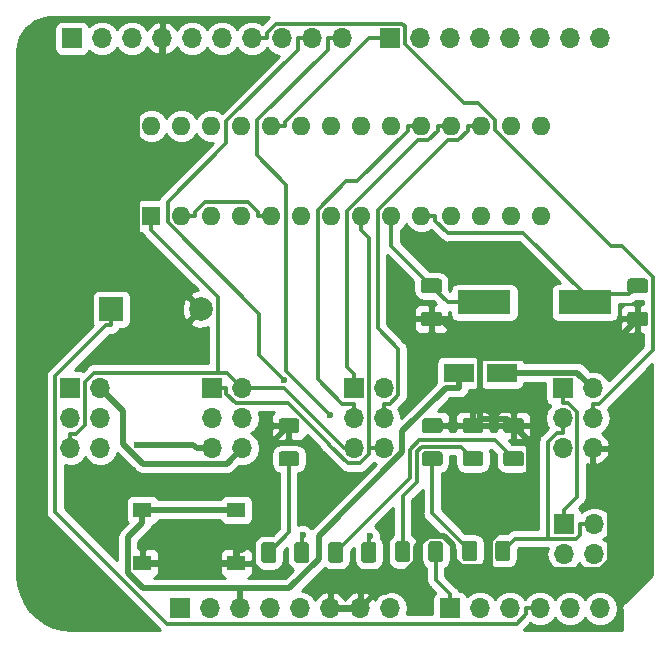
<source format=gbr>
G04 #@! TF.GenerationSoftware,KiCad,Pcbnew,(5.0.0)*
G04 #@! TF.CreationDate,2018-10-08T15:54:37-05:00*
G04 #@! TF.ProjectId,YAPS_Arduino_Shield_AVR,594150535F41726475696E6F5F536869,1.0*
G04 #@! TF.SameCoordinates,Original*
G04 #@! TF.FileFunction,Copper,L1,Top,Signal*
G04 #@! TF.FilePolarity,Positive*
%FSLAX46Y46*%
G04 Gerber Fmt 4.6, Leading zero omitted, Abs format (unit mm)*
G04 Created by KiCad (PCBNEW (5.0.0)) date 10/08/18 15:54:37*
%MOMM*%
%LPD*%
G01*
G04 APERTURE LIST*
G04 #@! TA.AperFunction,Conductor*
%ADD10C,0.127000*%
G04 #@! TD*
G04 #@! TA.AperFunction,SMDPad,CuDef*
%ADD11C,1.250000*%
G04 #@! TD*
G04 #@! TA.AperFunction,ComponentPad*
%ADD12O,1.700000X1.700000*%
G04 #@! TD*
G04 #@! TA.AperFunction,ComponentPad*
%ADD13R,1.700000X1.700000*%
G04 #@! TD*
G04 #@! TA.AperFunction,SMDPad,CuDef*
%ADD14R,1.550000X1.300000*%
G04 #@! TD*
G04 #@! TA.AperFunction,ComponentPad*
%ADD15R,2.000000X2.000000*%
G04 #@! TD*
G04 #@! TA.AperFunction,ComponentPad*
%ADD16C,2.000000*%
G04 #@! TD*
G04 #@! TA.AperFunction,SMDPad,CuDef*
%ADD17R,2.600000X1.600000*%
G04 #@! TD*
G04 #@! TA.AperFunction,ComponentPad*
%ADD18R,1.600000X1.600000*%
G04 #@! TD*
G04 #@! TA.AperFunction,ComponentPad*
%ADD19O,1.600000X1.600000*%
G04 #@! TD*
G04 #@! TA.AperFunction,SMDPad,CuDef*
%ADD20R,4.500000X2.000000*%
G04 #@! TD*
G04 #@! TA.AperFunction,ViaPad*
%ADD21C,0.600000*%
G04 #@! TD*
G04 #@! TA.AperFunction,Conductor*
%ADD22C,0.500000*%
G04 #@! TD*
G04 #@! TA.AperFunction,Conductor*
%ADD23C,0.350000*%
G04 #@! TD*
G04 #@! TA.AperFunction,Conductor*
%ADD24C,0.254000*%
G04 #@! TD*
G04 APERTURE END LIST*
D10*
G04 #@! TO.N,Net-(D4-Pad1)*
G04 #@! TO.C,D4*
G36*
X146837504Y-118214204D02*
X146861773Y-118217804D01*
X146885571Y-118223765D01*
X146908671Y-118232030D01*
X146930849Y-118242520D01*
X146951893Y-118255133D01*
X146971598Y-118269747D01*
X146989777Y-118286223D01*
X147006253Y-118304402D01*
X147020867Y-118324107D01*
X147033480Y-118345151D01*
X147043970Y-118367329D01*
X147052235Y-118390429D01*
X147058196Y-118414227D01*
X147061796Y-118438496D01*
X147063000Y-118463000D01*
X147063000Y-119713000D01*
X147061796Y-119737504D01*
X147058196Y-119761773D01*
X147052235Y-119785571D01*
X147043970Y-119808671D01*
X147033480Y-119830849D01*
X147020867Y-119851893D01*
X147006253Y-119871598D01*
X146989777Y-119889777D01*
X146971598Y-119906253D01*
X146951893Y-119920867D01*
X146930849Y-119933480D01*
X146908671Y-119943970D01*
X146885571Y-119952235D01*
X146861773Y-119958196D01*
X146837504Y-119961796D01*
X146813000Y-119963000D01*
X146063000Y-119963000D01*
X146038496Y-119961796D01*
X146014227Y-119958196D01*
X145990429Y-119952235D01*
X145967329Y-119943970D01*
X145945151Y-119933480D01*
X145924107Y-119920867D01*
X145904402Y-119906253D01*
X145886223Y-119889777D01*
X145869747Y-119871598D01*
X145855133Y-119851893D01*
X145842520Y-119830849D01*
X145832030Y-119808671D01*
X145823765Y-119785571D01*
X145817804Y-119761773D01*
X145814204Y-119737504D01*
X145813000Y-119713000D01*
X145813000Y-118463000D01*
X145814204Y-118438496D01*
X145817804Y-118414227D01*
X145823765Y-118390429D01*
X145832030Y-118367329D01*
X145842520Y-118345151D01*
X145855133Y-118324107D01*
X145869747Y-118304402D01*
X145886223Y-118286223D01*
X145904402Y-118269747D01*
X145924107Y-118255133D01*
X145945151Y-118242520D01*
X145967329Y-118232030D01*
X145990429Y-118223765D01*
X146014227Y-118217804D01*
X146038496Y-118214204D01*
X146063000Y-118213000D01*
X146813000Y-118213000D01*
X146837504Y-118214204D01*
X146837504Y-118214204D01*
G37*
D11*
G04 #@! TD*
G04 #@! TO.P,D4,1*
G04 #@! TO.N,Net-(D4-Pad1)*
X146438000Y-119088000D03*
D10*
G04 #@! TO.N,/9(\002A\002A)*
G04 #@! TO.C,D4*
G36*
X149637504Y-118214204D02*
X149661773Y-118217804D01*
X149685571Y-118223765D01*
X149708671Y-118232030D01*
X149730849Y-118242520D01*
X149751893Y-118255133D01*
X149771598Y-118269747D01*
X149789777Y-118286223D01*
X149806253Y-118304402D01*
X149820867Y-118324107D01*
X149833480Y-118345151D01*
X149843970Y-118367329D01*
X149852235Y-118390429D01*
X149858196Y-118414227D01*
X149861796Y-118438496D01*
X149863000Y-118463000D01*
X149863000Y-119713000D01*
X149861796Y-119737504D01*
X149858196Y-119761773D01*
X149852235Y-119785571D01*
X149843970Y-119808671D01*
X149833480Y-119830849D01*
X149820867Y-119851893D01*
X149806253Y-119871598D01*
X149789777Y-119889777D01*
X149771598Y-119906253D01*
X149751893Y-119920867D01*
X149730849Y-119933480D01*
X149708671Y-119943970D01*
X149685571Y-119952235D01*
X149661773Y-119958196D01*
X149637504Y-119961796D01*
X149613000Y-119963000D01*
X148863000Y-119963000D01*
X148838496Y-119961796D01*
X148814227Y-119958196D01*
X148790429Y-119952235D01*
X148767329Y-119943970D01*
X148745151Y-119933480D01*
X148724107Y-119920867D01*
X148704402Y-119906253D01*
X148686223Y-119889777D01*
X148669747Y-119871598D01*
X148655133Y-119851893D01*
X148642520Y-119830849D01*
X148632030Y-119808671D01*
X148623765Y-119785571D01*
X148617804Y-119761773D01*
X148614204Y-119737504D01*
X148613000Y-119713000D01*
X148613000Y-118463000D01*
X148614204Y-118438496D01*
X148617804Y-118414227D01*
X148623765Y-118390429D01*
X148632030Y-118367329D01*
X148642520Y-118345151D01*
X148655133Y-118324107D01*
X148669747Y-118304402D01*
X148686223Y-118286223D01*
X148704402Y-118269747D01*
X148724107Y-118255133D01*
X148745151Y-118242520D01*
X148767329Y-118232030D01*
X148790429Y-118223765D01*
X148814227Y-118217804D01*
X148838496Y-118214204D01*
X148863000Y-118213000D01*
X149613000Y-118213000D01*
X149637504Y-118214204D01*
X149637504Y-118214204D01*
G37*
D11*
G04 #@! TD*
G04 #@! TO.P,D4,2*
G04 #@! TO.N,/9(\002A\002A)*
X149238000Y-119088000D03*
D10*
G04 #@! TO.N,GND*
G04 #@! TO.C,R4*
G36*
X148800504Y-107732204D02*
X148824773Y-107735804D01*
X148848571Y-107741765D01*
X148871671Y-107750030D01*
X148893849Y-107760520D01*
X148914893Y-107773133D01*
X148934598Y-107787747D01*
X148952777Y-107804223D01*
X148969253Y-107822402D01*
X148983867Y-107842107D01*
X148996480Y-107863151D01*
X149006970Y-107885329D01*
X149015235Y-107908429D01*
X149021196Y-107932227D01*
X149024796Y-107956496D01*
X149026000Y-107981000D01*
X149026000Y-108731000D01*
X149024796Y-108755504D01*
X149021196Y-108779773D01*
X149015235Y-108803571D01*
X149006970Y-108826671D01*
X148996480Y-108848849D01*
X148983867Y-108869893D01*
X148969253Y-108889598D01*
X148952777Y-108907777D01*
X148934598Y-108924253D01*
X148914893Y-108938867D01*
X148893849Y-108951480D01*
X148871671Y-108961970D01*
X148848571Y-108970235D01*
X148824773Y-108976196D01*
X148800504Y-108979796D01*
X148776000Y-108981000D01*
X147526000Y-108981000D01*
X147501496Y-108979796D01*
X147477227Y-108976196D01*
X147453429Y-108970235D01*
X147430329Y-108961970D01*
X147408151Y-108951480D01*
X147387107Y-108938867D01*
X147367402Y-108924253D01*
X147349223Y-108907777D01*
X147332747Y-108889598D01*
X147318133Y-108869893D01*
X147305520Y-108848849D01*
X147295030Y-108826671D01*
X147286765Y-108803571D01*
X147280804Y-108779773D01*
X147277204Y-108755504D01*
X147276000Y-108731000D01*
X147276000Y-107981000D01*
X147277204Y-107956496D01*
X147280804Y-107932227D01*
X147286765Y-107908429D01*
X147295030Y-107885329D01*
X147305520Y-107863151D01*
X147318133Y-107842107D01*
X147332747Y-107822402D01*
X147349223Y-107804223D01*
X147367402Y-107787747D01*
X147387107Y-107773133D01*
X147408151Y-107760520D01*
X147430329Y-107750030D01*
X147453429Y-107741765D01*
X147477227Y-107735804D01*
X147501496Y-107732204D01*
X147526000Y-107731000D01*
X148776000Y-107731000D01*
X148800504Y-107732204D01*
X148800504Y-107732204D01*
G37*
D11*
G04 #@! TD*
G04 #@! TO.P,R4,1*
G04 #@! TO.N,GND*
X148151000Y-108356000D03*
D10*
G04 #@! TO.N,Net-(D4-Pad1)*
G04 #@! TO.C,R4*
G36*
X148800504Y-110532204D02*
X148824773Y-110535804D01*
X148848571Y-110541765D01*
X148871671Y-110550030D01*
X148893849Y-110560520D01*
X148914893Y-110573133D01*
X148934598Y-110587747D01*
X148952777Y-110604223D01*
X148969253Y-110622402D01*
X148983867Y-110642107D01*
X148996480Y-110663151D01*
X149006970Y-110685329D01*
X149015235Y-110708429D01*
X149021196Y-110732227D01*
X149024796Y-110756496D01*
X149026000Y-110781000D01*
X149026000Y-111531000D01*
X149024796Y-111555504D01*
X149021196Y-111579773D01*
X149015235Y-111603571D01*
X149006970Y-111626671D01*
X148996480Y-111648849D01*
X148983867Y-111669893D01*
X148969253Y-111689598D01*
X148952777Y-111707777D01*
X148934598Y-111724253D01*
X148914893Y-111738867D01*
X148893849Y-111751480D01*
X148871671Y-111761970D01*
X148848571Y-111770235D01*
X148824773Y-111776196D01*
X148800504Y-111779796D01*
X148776000Y-111781000D01*
X147526000Y-111781000D01*
X147501496Y-111779796D01*
X147477227Y-111776196D01*
X147453429Y-111770235D01*
X147430329Y-111761970D01*
X147408151Y-111751480D01*
X147387107Y-111738867D01*
X147367402Y-111724253D01*
X147349223Y-111707777D01*
X147332747Y-111689598D01*
X147318133Y-111669893D01*
X147305520Y-111648849D01*
X147295030Y-111626671D01*
X147286765Y-111603571D01*
X147280804Y-111579773D01*
X147277204Y-111555504D01*
X147276000Y-111531000D01*
X147276000Y-110781000D01*
X147277204Y-110756496D01*
X147280804Y-110732227D01*
X147286765Y-110708429D01*
X147295030Y-110685329D01*
X147305520Y-110663151D01*
X147318133Y-110642107D01*
X147332747Y-110622402D01*
X147349223Y-110604223D01*
X147367402Y-110587747D01*
X147387107Y-110573133D01*
X147408151Y-110560520D01*
X147430329Y-110550030D01*
X147453429Y-110541765D01*
X147477227Y-110535804D01*
X147501496Y-110532204D01*
X147526000Y-110531000D01*
X148776000Y-110531000D01*
X148800504Y-110532204D01*
X148800504Y-110532204D01*
G37*
D11*
G04 #@! TD*
G04 #@! TO.P,R4,2*
G04 #@! TO.N,Net-(D4-Pad1)*
X148151000Y-111156000D03*
D12*
G04 #@! TO.P,J3,6*
G04 #@! TO.N,/85_VCC*
X144183000Y-110252000D03*
G04 #@! TO.P,J3,5*
G04 #@! TO.N,/85_GND*
X141643000Y-110252000D03*
G04 #@! TO.P,J3,4*
G04 #@! TO.N,/84_MOSI*
X144183000Y-107712000D03*
G04 #@! TO.P,J3,3*
G04 #@! TO.N,/84_SCK*
X141643000Y-107712000D03*
G04 #@! TO.P,J3,2*
G04 #@! TO.N,/85_RST*
X144183000Y-105172000D03*
D13*
G04 #@! TO.P,J3,1*
G04 #@! TO.N,/84_MISO*
X141643000Y-105172000D03*
G04 #@! TD*
G04 #@! TO.P,J2,1*
G04 #@! TO.N,/85_MISO*
X129644000Y-105172000D03*
D12*
G04 #@! TO.P,J2,2*
G04 #@! TO.N,/85_VCC*
X132184000Y-105172000D03*
G04 #@! TO.P,J2,3*
G04 #@! TO.N,/85_SCK*
X129644000Y-107712000D03*
G04 #@! TO.P,J2,4*
G04 #@! TO.N,/85_MOSI*
X132184000Y-107712000D03*
G04 #@! TO.P,J2,5*
G04 #@! TO.N,/85_RST*
X129644000Y-110252000D03*
G04 #@! TO.P,J2,6*
G04 #@! TO.N,/85_GND*
X132184000Y-110252000D03*
G04 #@! TD*
G04 #@! TO.P,J4,6*
G04 #@! TO.N,/84_MISO*
X156182000Y-110252000D03*
G04 #@! TO.P,J4,5*
G04 #@! TO.N,/85_RST*
X153642000Y-110252000D03*
G04 #@! TO.P,J4,4*
G04 #@! TO.N,/329_MOSI*
X156182000Y-107712000D03*
G04 #@! TO.P,J4,3*
G04 #@! TO.N,/329_SCK*
X153642000Y-107712000D03*
G04 #@! TO.P,J4,2*
G04 #@! TO.N,/84_MOSI*
X156182000Y-105172000D03*
D13*
G04 #@! TO.P,J4,1*
G04 #@! TO.N,/329_MISO*
X153642000Y-105172000D03*
G04 #@! TD*
G04 #@! TO.P,J1,1*
G04 #@! TO.N,/12(MISO)*
X171348000Y-105172000D03*
D12*
G04 #@! TO.P,J1,2*
G04 #@! TO.N,+5V*
X173888000Y-105172000D03*
G04 #@! TO.P,J1,3*
G04 #@! TO.N,/13(SCK)*
X171348000Y-107712000D03*
G04 #@! TO.P,J1,4*
G04 #@! TO.N,/11(\002A\002A/MOSI)*
X173888000Y-107712000D03*
G04 #@! TO.P,J1,5*
G04 #@! TO.N,/10(\002A\002A/SS)*
X171348000Y-110252000D03*
G04 #@! TO.P,J1,6*
G04 #@! TO.N,GND*
X173888000Y-110252000D03*
G04 #@! TD*
D14*
G04 #@! TO.P,SW1,2*
G04 #@! TO.N,/Reset*
X135743000Y-115482000D03*
X143693000Y-115482000D03*
G04 #@! TO.P,SW1,1*
G04 #@! TO.N,GND*
X135743000Y-119982000D03*
X143693000Y-119982000D03*
G04 #@! TD*
D12*
G04 #@! TO.P,P4,8*
G04 #@! TO.N,Net-(P4-Pad8)*
X174498000Y-75565000D03*
G04 #@! TO.P,P4,7*
G04 #@! TO.N,Net-(P4-Pad7)*
X171958000Y-75565000D03*
G04 #@! TO.P,P4,6*
G04 #@! TO.N,Net-(P4-Pad6)*
X169418000Y-75565000D03*
G04 #@! TO.P,P4,5*
G04 #@! TO.N,Net-(P4-Pad5)*
X166878000Y-75565000D03*
G04 #@! TO.P,P4,4*
G04 #@! TO.N,Net-(P4-Pad4)*
X164338000Y-75565000D03*
G04 #@! TO.P,P4,3*
G04 #@! TO.N,Net-(P4-Pad3)*
X161798000Y-75565000D03*
G04 #@! TO.P,P4,2*
G04 #@! TO.N,Net-(P4-Pad2)*
X159258000Y-75565000D03*
D13*
G04 #@! TO.P,P4,1*
G04 #@! TO.N,/7*
X156718000Y-75565000D03*
G04 #@! TD*
D12*
G04 #@! TO.P,P3,10*
G04 #@! TO.N,/8*
X152654000Y-75565000D03*
G04 #@! TO.P,P3,9*
G04 #@! TO.N,/9(\002A\002A)*
X150114000Y-75565000D03*
G04 #@! TO.P,P3,8*
G04 #@! TO.N,/10(\002A\002A/SS)*
X147574000Y-75565000D03*
G04 #@! TO.P,P3,7*
G04 #@! TO.N,/11(\002A\002A/MOSI)*
X145034000Y-75565000D03*
G04 #@! TO.P,P3,6*
G04 #@! TO.N,/12(MISO)*
X142494000Y-75565000D03*
G04 #@! TO.P,P3,5*
G04 #@! TO.N,/13(SCK)*
X139954000Y-75565000D03*
G04 #@! TO.P,P3,4*
G04 #@! TO.N,GND*
X137414000Y-75565000D03*
G04 #@! TO.P,P3,3*
G04 #@! TO.N,Net-(P3-Pad3)*
X134874000Y-75565000D03*
G04 #@! TO.P,P3,2*
G04 #@! TO.N,Net-(P3-Pad2)*
X132334000Y-75565000D03*
D13*
G04 #@! TO.P,P3,1*
G04 #@! TO.N,Net-(P3-Pad1)*
X129794000Y-75565000D03*
G04 #@! TD*
D12*
G04 #@! TO.P,P2,6*
G04 #@! TO.N,Net-(P2-Pad6)*
X174498000Y-123825000D03*
G04 #@! TO.P,P2,5*
G04 #@! TO.N,Net-(P2-Pad5)*
X171958000Y-123825000D03*
G04 #@! TO.P,P2,4*
G04 #@! TO.N,/A3*
X169418000Y-123825000D03*
G04 #@! TO.P,P2,3*
G04 #@! TO.N,Net-(P2-Pad3)*
X166878000Y-123825000D03*
G04 #@! TO.P,P2,2*
G04 #@! TO.N,Net-(P2-Pad2)*
X164338000Y-123825000D03*
D13*
G04 #@! TO.P,P2,1*
G04 #@! TO.N,/7*
X161798000Y-123825000D03*
G04 #@! TD*
D12*
G04 #@! TO.P,P1,8*
G04 #@! TO.N,Net-(P1-Pad8)*
X156718000Y-123825000D03*
G04 #@! TO.P,P1,7*
G04 #@! TO.N,GND*
X154178000Y-123825000D03*
G04 #@! TO.P,P1,6*
X151638000Y-123825000D03*
G04 #@! TO.P,P1,5*
G04 #@! TO.N,+5V*
X149098000Y-123825000D03*
G04 #@! TO.P,P1,4*
G04 #@! TO.N,Net-(P1-Pad4)*
X146558000Y-123825000D03*
G04 #@! TO.P,P1,3*
G04 #@! TO.N,/Reset*
X144018000Y-123825000D03*
G04 #@! TO.P,P1,2*
G04 #@! TO.N,Net-(P1-Pad2)*
X141478000Y-123825000D03*
D13*
G04 #@! TO.P,P1,1*
G04 #@! TO.N,Net-(P1-Pad1)*
X138938000Y-123825000D03*
G04 #@! TD*
D15*
G04 #@! TO.P,BZ1,1*
G04 #@! TO.N,/A3*
X133119000Y-98482300D03*
D16*
G04 #@! TO.P,BZ1,2*
G04 #@! TO.N,GND*
X140719000Y-98482300D03*
G04 #@! TD*
D10*
G04 #@! TO.N,/CY01*
G04 #@! TO.C,C1*
G36*
X160872504Y-95888104D02*
X160896773Y-95891704D01*
X160920571Y-95897665D01*
X160943671Y-95905930D01*
X160965849Y-95916420D01*
X160986893Y-95929033D01*
X161006598Y-95943647D01*
X161024777Y-95960123D01*
X161041253Y-95978302D01*
X161055867Y-95998007D01*
X161068480Y-96019051D01*
X161078970Y-96041229D01*
X161087235Y-96064329D01*
X161093196Y-96088127D01*
X161096796Y-96112396D01*
X161098000Y-96136900D01*
X161098000Y-96886900D01*
X161096796Y-96911404D01*
X161093196Y-96935673D01*
X161087235Y-96959471D01*
X161078970Y-96982571D01*
X161068480Y-97004749D01*
X161055867Y-97025793D01*
X161041253Y-97045498D01*
X161024777Y-97063677D01*
X161006598Y-97080153D01*
X160986893Y-97094767D01*
X160965849Y-97107380D01*
X160943671Y-97117870D01*
X160920571Y-97126135D01*
X160896773Y-97132096D01*
X160872504Y-97135696D01*
X160848000Y-97136900D01*
X159598000Y-97136900D01*
X159573496Y-97135696D01*
X159549227Y-97132096D01*
X159525429Y-97126135D01*
X159502329Y-97117870D01*
X159480151Y-97107380D01*
X159459107Y-97094767D01*
X159439402Y-97080153D01*
X159421223Y-97063677D01*
X159404747Y-97045498D01*
X159390133Y-97025793D01*
X159377520Y-97004749D01*
X159367030Y-96982571D01*
X159358765Y-96959471D01*
X159352804Y-96935673D01*
X159349204Y-96911404D01*
X159348000Y-96886900D01*
X159348000Y-96136900D01*
X159349204Y-96112396D01*
X159352804Y-96088127D01*
X159358765Y-96064329D01*
X159367030Y-96041229D01*
X159377520Y-96019051D01*
X159390133Y-95998007D01*
X159404747Y-95978302D01*
X159421223Y-95960123D01*
X159439402Y-95943647D01*
X159459107Y-95929033D01*
X159480151Y-95916420D01*
X159502329Y-95905930D01*
X159525429Y-95897665D01*
X159549227Y-95891704D01*
X159573496Y-95888104D01*
X159598000Y-95886900D01*
X160848000Y-95886900D01*
X160872504Y-95888104D01*
X160872504Y-95888104D01*
G37*
D11*
G04 #@! TD*
G04 #@! TO.P,C1,1*
G04 #@! TO.N,/CY01*
X160223000Y-96511900D03*
D10*
G04 #@! TO.N,GND*
G04 #@! TO.C,C1*
G36*
X160872504Y-98688104D02*
X160896773Y-98691704D01*
X160920571Y-98697665D01*
X160943671Y-98705930D01*
X160965849Y-98716420D01*
X160986893Y-98729033D01*
X161006598Y-98743647D01*
X161024777Y-98760123D01*
X161041253Y-98778302D01*
X161055867Y-98798007D01*
X161068480Y-98819051D01*
X161078970Y-98841229D01*
X161087235Y-98864329D01*
X161093196Y-98888127D01*
X161096796Y-98912396D01*
X161098000Y-98936900D01*
X161098000Y-99686900D01*
X161096796Y-99711404D01*
X161093196Y-99735673D01*
X161087235Y-99759471D01*
X161078970Y-99782571D01*
X161068480Y-99804749D01*
X161055867Y-99825793D01*
X161041253Y-99845498D01*
X161024777Y-99863677D01*
X161006598Y-99880153D01*
X160986893Y-99894767D01*
X160965849Y-99907380D01*
X160943671Y-99917870D01*
X160920571Y-99926135D01*
X160896773Y-99932096D01*
X160872504Y-99935696D01*
X160848000Y-99936900D01*
X159598000Y-99936900D01*
X159573496Y-99935696D01*
X159549227Y-99932096D01*
X159525429Y-99926135D01*
X159502329Y-99917870D01*
X159480151Y-99907380D01*
X159459107Y-99894767D01*
X159439402Y-99880153D01*
X159421223Y-99863677D01*
X159404747Y-99845498D01*
X159390133Y-99825793D01*
X159377520Y-99804749D01*
X159367030Y-99782571D01*
X159358765Y-99759471D01*
X159352804Y-99735673D01*
X159349204Y-99711404D01*
X159348000Y-99686900D01*
X159348000Y-98936900D01*
X159349204Y-98912396D01*
X159352804Y-98888127D01*
X159358765Y-98864329D01*
X159367030Y-98841229D01*
X159377520Y-98819051D01*
X159390133Y-98798007D01*
X159404747Y-98778302D01*
X159421223Y-98760123D01*
X159439402Y-98743647D01*
X159459107Y-98729033D01*
X159480151Y-98716420D01*
X159502329Y-98705930D01*
X159525429Y-98697665D01*
X159549227Y-98691704D01*
X159573496Y-98688104D01*
X159598000Y-98686900D01*
X160848000Y-98686900D01*
X160872504Y-98688104D01*
X160872504Y-98688104D01*
G37*
D11*
G04 #@! TD*
G04 #@! TO.P,C1,2*
G04 #@! TO.N,GND*
X160223000Y-99311900D03*
D10*
G04 #@! TO.N,GND*
G04 #@! TO.C,C2*
G36*
X178340504Y-98688104D02*
X178364773Y-98691704D01*
X178388571Y-98697665D01*
X178411671Y-98705930D01*
X178433849Y-98716420D01*
X178454893Y-98729033D01*
X178474598Y-98743647D01*
X178492777Y-98760123D01*
X178509253Y-98778302D01*
X178523867Y-98798007D01*
X178536480Y-98819051D01*
X178546970Y-98841229D01*
X178555235Y-98864329D01*
X178561196Y-98888127D01*
X178564796Y-98912396D01*
X178566000Y-98936900D01*
X178566000Y-99686900D01*
X178564796Y-99711404D01*
X178561196Y-99735673D01*
X178555235Y-99759471D01*
X178546970Y-99782571D01*
X178536480Y-99804749D01*
X178523867Y-99825793D01*
X178509253Y-99845498D01*
X178492777Y-99863677D01*
X178474598Y-99880153D01*
X178454893Y-99894767D01*
X178433849Y-99907380D01*
X178411671Y-99917870D01*
X178388571Y-99926135D01*
X178364773Y-99932096D01*
X178340504Y-99935696D01*
X178316000Y-99936900D01*
X177066000Y-99936900D01*
X177041496Y-99935696D01*
X177017227Y-99932096D01*
X176993429Y-99926135D01*
X176970329Y-99917870D01*
X176948151Y-99907380D01*
X176927107Y-99894767D01*
X176907402Y-99880153D01*
X176889223Y-99863677D01*
X176872747Y-99845498D01*
X176858133Y-99825793D01*
X176845520Y-99804749D01*
X176835030Y-99782571D01*
X176826765Y-99759471D01*
X176820804Y-99735673D01*
X176817204Y-99711404D01*
X176816000Y-99686900D01*
X176816000Y-98936900D01*
X176817204Y-98912396D01*
X176820804Y-98888127D01*
X176826765Y-98864329D01*
X176835030Y-98841229D01*
X176845520Y-98819051D01*
X176858133Y-98798007D01*
X176872747Y-98778302D01*
X176889223Y-98760123D01*
X176907402Y-98743647D01*
X176927107Y-98729033D01*
X176948151Y-98716420D01*
X176970329Y-98705930D01*
X176993429Y-98697665D01*
X177017227Y-98691704D01*
X177041496Y-98688104D01*
X177066000Y-98686900D01*
X178316000Y-98686900D01*
X178340504Y-98688104D01*
X178340504Y-98688104D01*
G37*
D11*
G04 #@! TD*
G04 #@! TO.P,C2,2*
G04 #@! TO.N,GND*
X177691000Y-99311900D03*
D10*
G04 #@! TO.N,/CY02*
G04 #@! TO.C,C2*
G36*
X178340504Y-95888104D02*
X178364773Y-95891704D01*
X178388571Y-95897665D01*
X178411671Y-95905930D01*
X178433849Y-95916420D01*
X178454893Y-95929033D01*
X178474598Y-95943647D01*
X178492777Y-95960123D01*
X178509253Y-95978302D01*
X178523867Y-95998007D01*
X178536480Y-96019051D01*
X178546970Y-96041229D01*
X178555235Y-96064329D01*
X178561196Y-96088127D01*
X178564796Y-96112396D01*
X178566000Y-96136900D01*
X178566000Y-96886900D01*
X178564796Y-96911404D01*
X178561196Y-96935673D01*
X178555235Y-96959471D01*
X178546970Y-96982571D01*
X178536480Y-97004749D01*
X178523867Y-97025793D01*
X178509253Y-97045498D01*
X178492777Y-97063677D01*
X178474598Y-97080153D01*
X178454893Y-97094767D01*
X178433849Y-97107380D01*
X178411671Y-97117870D01*
X178388571Y-97126135D01*
X178364773Y-97132096D01*
X178340504Y-97135696D01*
X178316000Y-97136900D01*
X177066000Y-97136900D01*
X177041496Y-97135696D01*
X177017227Y-97132096D01*
X176993429Y-97126135D01*
X176970329Y-97117870D01*
X176948151Y-97107380D01*
X176927107Y-97094767D01*
X176907402Y-97080153D01*
X176889223Y-97063677D01*
X176872747Y-97045498D01*
X176858133Y-97025793D01*
X176845520Y-97004749D01*
X176835030Y-96982571D01*
X176826765Y-96959471D01*
X176820804Y-96935673D01*
X176817204Y-96911404D01*
X176816000Y-96886900D01*
X176816000Y-96136900D01*
X176817204Y-96112396D01*
X176820804Y-96088127D01*
X176826765Y-96064329D01*
X176835030Y-96041229D01*
X176845520Y-96019051D01*
X176858133Y-95998007D01*
X176872747Y-95978302D01*
X176889223Y-95960123D01*
X176907402Y-95943647D01*
X176927107Y-95929033D01*
X176948151Y-95916420D01*
X176970329Y-95905930D01*
X176993429Y-95897665D01*
X177017227Y-95891704D01*
X177041496Y-95888104D01*
X177066000Y-95886900D01*
X178316000Y-95886900D01*
X178340504Y-95888104D01*
X178340504Y-95888104D01*
G37*
D11*
G04 #@! TD*
G04 #@! TO.P,C2,1*
G04 #@! TO.N,/CY02*
X177691000Y-96511900D03*
D17*
G04 #@! TO.P,C3,1*
G04 #@! TO.N,+5V*
X166158000Y-103886000D03*
G04 #@! TO.P,C3,2*
G04 #@! TO.N,/Reset*
X162558000Y-103886000D03*
G04 #@! TD*
D10*
G04 #@! TO.N,/13(SCK)*
G04 #@! TO.C,D1*
G36*
X166665504Y-118074204D02*
X166689773Y-118077804D01*
X166713571Y-118083765D01*
X166736671Y-118092030D01*
X166758849Y-118102520D01*
X166779893Y-118115133D01*
X166799598Y-118129747D01*
X166817777Y-118146223D01*
X166834253Y-118164402D01*
X166848867Y-118184107D01*
X166861480Y-118205151D01*
X166871970Y-118227329D01*
X166880235Y-118250429D01*
X166886196Y-118274227D01*
X166889796Y-118298496D01*
X166891000Y-118323000D01*
X166891000Y-119573000D01*
X166889796Y-119597504D01*
X166886196Y-119621773D01*
X166880235Y-119645571D01*
X166871970Y-119668671D01*
X166861480Y-119690849D01*
X166848867Y-119711893D01*
X166834253Y-119731598D01*
X166817777Y-119749777D01*
X166799598Y-119766253D01*
X166779893Y-119780867D01*
X166758849Y-119793480D01*
X166736671Y-119803970D01*
X166713571Y-119812235D01*
X166689773Y-119818196D01*
X166665504Y-119821796D01*
X166641000Y-119823000D01*
X165891000Y-119823000D01*
X165866496Y-119821796D01*
X165842227Y-119818196D01*
X165818429Y-119812235D01*
X165795329Y-119803970D01*
X165773151Y-119793480D01*
X165752107Y-119780867D01*
X165732402Y-119766253D01*
X165714223Y-119749777D01*
X165697747Y-119731598D01*
X165683133Y-119711893D01*
X165670520Y-119690849D01*
X165660030Y-119668671D01*
X165651765Y-119645571D01*
X165645804Y-119621773D01*
X165642204Y-119597504D01*
X165641000Y-119573000D01*
X165641000Y-118323000D01*
X165642204Y-118298496D01*
X165645804Y-118274227D01*
X165651765Y-118250429D01*
X165660030Y-118227329D01*
X165670520Y-118205151D01*
X165683133Y-118184107D01*
X165697747Y-118164402D01*
X165714223Y-118146223D01*
X165732402Y-118129747D01*
X165752107Y-118115133D01*
X165773151Y-118102520D01*
X165795329Y-118092030D01*
X165818429Y-118083765D01*
X165842227Y-118077804D01*
X165866496Y-118074204D01*
X165891000Y-118073000D01*
X166641000Y-118073000D01*
X166665504Y-118074204D01*
X166665504Y-118074204D01*
G37*
D11*
G04 #@! TD*
G04 #@! TO.P,D1,2*
G04 #@! TO.N,/13(SCK)*
X166266000Y-118948000D03*
D10*
G04 #@! TO.N,Net-(D1-Pad1)*
G04 #@! TO.C,D1*
G36*
X163865504Y-118074204D02*
X163889773Y-118077804D01*
X163913571Y-118083765D01*
X163936671Y-118092030D01*
X163958849Y-118102520D01*
X163979893Y-118115133D01*
X163999598Y-118129747D01*
X164017777Y-118146223D01*
X164034253Y-118164402D01*
X164048867Y-118184107D01*
X164061480Y-118205151D01*
X164071970Y-118227329D01*
X164080235Y-118250429D01*
X164086196Y-118274227D01*
X164089796Y-118298496D01*
X164091000Y-118323000D01*
X164091000Y-119573000D01*
X164089796Y-119597504D01*
X164086196Y-119621773D01*
X164080235Y-119645571D01*
X164071970Y-119668671D01*
X164061480Y-119690849D01*
X164048867Y-119711893D01*
X164034253Y-119731598D01*
X164017777Y-119749777D01*
X163999598Y-119766253D01*
X163979893Y-119780867D01*
X163958849Y-119793480D01*
X163936671Y-119803970D01*
X163913571Y-119812235D01*
X163889773Y-119818196D01*
X163865504Y-119821796D01*
X163841000Y-119823000D01*
X163091000Y-119823000D01*
X163066496Y-119821796D01*
X163042227Y-119818196D01*
X163018429Y-119812235D01*
X162995329Y-119803970D01*
X162973151Y-119793480D01*
X162952107Y-119780867D01*
X162932402Y-119766253D01*
X162914223Y-119749777D01*
X162897747Y-119731598D01*
X162883133Y-119711893D01*
X162870520Y-119690849D01*
X162860030Y-119668671D01*
X162851765Y-119645571D01*
X162845804Y-119621773D01*
X162842204Y-119597504D01*
X162841000Y-119573000D01*
X162841000Y-118323000D01*
X162842204Y-118298496D01*
X162845804Y-118274227D01*
X162851765Y-118250429D01*
X162860030Y-118227329D01*
X162870520Y-118205151D01*
X162883133Y-118184107D01*
X162897747Y-118164402D01*
X162914223Y-118146223D01*
X162932402Y-118129747D01*
X162952107Y-118115133D01*
X162973151Y-118102520D01*
X162995329Y-118092030D01*
X163018429Y-118083765D01*
X163042227Y-118077804D01*
X163066496Y-118074204D01*
X163091000Y-118073000D01*
X163841000Y-118073000D01*
X163865504Y-118074204D01*
X163865504Y-118074204D01*
G37*
D11*
G04 #@! TD*
G04 #@! TO.P,D1,1*
G04 #@! TO.N,Net-(D1-Pad1)*
X163466000Y-118948000D03*
D10*
G04 #@! TO.N,Net-(D2-Pad1)*
G04 #@! TO.C,D2*
G36*
X158189504Y-118138204D02*
X158213773Y-118141804D01*
X158237571Y-118147765D01*
X158260671Y-118156030D01*
X158282849Y-118166520D01*
X158303893Y-118179133D01*
X158323598Y-118193747D01*
X158341777Y-118210223D01*
X158358253Y-118228402D01*
X158372867Y-118248107D01*
X158385480Y-118269151D01*
X158395970Y-118291329D01*
X158404235Y-118314429D01*
X158410196Y-118338227D01*
X158413796Y-118362496D01*
X158415000Y-118387000D01*
X158415000Y-119637000D01*
X158413796Y-119661504D01*
X158410196Y-119685773D01*
X158404235Y-119709571D01*
X158395970Y-119732671D01*
X158385480Y-119754849D01*
X158372867Y-119775893D01*
X158358253Y-119795598D01*
X158341777Y-119813777D01*
X158323598Y-119830253D01*
X158303893Y-119844867D01*
X158282849Y-119857480D01*
X158260671Y-119867970D01*
X158237571Y-119876235D01*
X158213773Y-119882196D01*
X158189504Y-119885796D01*
X158165000Y-119887000D01*
X157415000Y-119887000D01*
X157390496Y-119885796D01*
X157366227Y-119882196D01*
X157342429Y-119876235D01*
X157319329Y-119867970D01*
X157297151Y-119857480D01*
X157276107Y-119844867D01*
X157256402Y-119830253D01*
X157238223Y-119813777D01*
X157221747Y-119795598D01*
X157207133Y-119775893D01*
X157194520Y-119754849D01*
X157184030Y-119732671D01*
X157175765Y-119709571D01*
X157169804Y-119685773D01*
X157166204Y-119661504D01*
X157165000Y-119637000D01*
X157165000Y-118387000D01*
X157166204Y-118362496D01*
X157169804Y-118338227D01*
X157175765Y-118314429D01*
X157184030Y-118291329D01*
X157194520Y-118269151D01*
X157207133Y-118248107D01*
X157221747Y-118228402D01*
X157238223Y-118210223D01*
X157256402Y-118193747D01*
X157276107Y-118179133D01*
X157297151Y-118166520D01*
X157319329Y-118156030D01*
X157342429Y-118147765D01*
X157366227Y-118141804D01*
X157390496Y-118138204D01*
X157415000Y-118137000D01*
X158165000Y-118137000D01*
X158189504Y-118138204D01*
X158189504Y-118138204D01*
G37*
D11*
G04 #@! TD*
G04 #@! TO.P,D2,1*
G04 #@! TO.N,Net-(D2-Pad1)*
X157790000Y-119012000D03*
D10*
G04 #@! TO.N,/7*
G04 #@! TO.C,D2*
G36*
X160989504Y-118138204D02*
X161013773Y-118141804D01*
X161037571Y-118147765D01*
X161060671Y-118156030D01*
X161082849Y-118166520D01*
X161103893Y-118179133D01*
X161123598Y-118193747D01*
X161141777Y-118210223D01*
X161158253Y-118228402D01*
X161172867Y-118248107D01*
X161185480Y-118269151D01*
X161195970Y-118291329D01*
X161204235Y-118314429D01*
X161210196Y-118338227D01*
X161213796Y-118362496D01*
X161215000Y-118387000D01*
X161215000Y-119637000D01*
X161213796Y-119661504D01*
X161210196Y-119685773D01*
X161204235Y-119709571D01*
X161195970Y-119732671D01*
X161185480Y-119754849D01*
X161172867Y-119775893D01*
X161158253Y-119795598D01*
X161141777Y-119813777D01*
X161123598Y-119830253D01*
X161103893Y-119844867D01*
X161082849Y-119857480D01*
X161060671Y-119867970D01*
X161037571Y-119876235D01*
X161013773Y-119882196D01*
X160989504Y-119885796D01*
X160965000Y-119887000D01*
X160215000Y-119887000D01*
X160190496Y-119885796D01*
X160166227Y-119882196D01*
X160142429Y-119876235D01*
X160119329Y-119867970D01*
X160097151Y-119857480D01*
X160076107Y-119844867D01*
X160056402Y-119830253D01*
X160038223Y-119813777D01*
X160021747Y-119795598D01*
X160007133Y-119775893D01*
X159994520Y-119754849D01*
X159984030Y-119732671D01*
X159975765Y-119709571D01*
X159969804Y-119685773D01*
X159966204Y-119661504D01*
X159965000Y-119637000D01*
X159965000Y-118387000D01*
X159966204Y-118362496D01*
X159969804Y-118338227D01*
X159975765Y-118314429D01*
X159984030Y-118291329D01*
X159994520Y-118269151D01*
X160007133Y-118248107D01*
X160021747Y-118228402D01*
X160038223Y-118210223D01*
X160056402Y-118193747D01*
X160076107Y-118179133D01*
X160097151Y-118166520D01*
X160119329Y-118156030D01*
X160142429Y-118147765D01*
X160166227Y-118141804D01*
X160190496Y-118138204D01*
X160215000Y-118137000D01*
X160965000Y-118137000D01*
X160989504Y-118138204D01*
X160989504Y-118138204D01*
G37*
D11*
G04 #@! TD*
G04 #@! TO.P,D2,2*
G04 #@! TO.N,/7*
X160590000Y-119012000D03*
D10*
G04 #@! TO.N,Net-(D3-Pad1)*
G04 #@! TO.C,D3*
G36*
X152513504Y-118201204D02*
X152537773Y-118204804D01*
X152561571Y-118210765D01*
X152584671Y-118219030D01*
X152606849Y-118229520D01*
X152627893Y-118242133D01*
X152647598Y-118256747D01*
X152665777Y-118273223D01*
X152682253Y-118291402D01*
X152696867Y-118311107D01*
X152709480Y-118332151D01*
X152719970Y-118354329D01*
X152728235Y-118377429D01*
X152734196Y-118401227D01*
X152737796Y-118425496D01*
X152739000Y-118450000D01*
X152739000Y-119700000D01*
X152737796Y-119724504D01*
X152734196Y-119748773D01*
X152728235Y-119772571D01*
X152719970Y-119795671D01*
X152709480Y-119817849D01*
X152696867Y-119838893D01*
X152682253Y-119858598D01*
X152665777Y-119876777D01*
X152647598Y-119893253D01*
X152627893Y-119907867D01*
X152606849Y-119920480D01*
X152584671Y-119930970D01*
X152561571Y-119939235D01*
X152537773Y-119945196D01*
X152513504Y-119948796D01*
X152489000Y-119950000D01*
X151739000Y-119950000D01*
X151714496Y-119948796D01*
X151690227Y-119945196D01*
X151666429Y-119939235D01*
X151643329Y-119930970D01*
X151621151Y-119920480D01*
X151600107Y-119907867D01*
X151580402Y-119893253D01*
X151562223Y-119876777D01*
X151545747Y-119858598D01*
X151531133Y-119838893D01*
X151518520Y-119817849D01*
X151508030Y-119795671D01*
X151499765Y-119772571D01*
X151493804Y-119748773D01*
X151490204Y-119724504D01*
X151489000Y-119700000D01*
X151489000Y-118450000D01*
X151490204Y-118425496D01*
X151493804Y-118401227D01*
X151499765Y-118377429D01*
X151508030Y-118354329D01*
X151518520Y-118332151D01*
X151531133Y-118311107D01*
X151545747Y-118291402D01*
X151562223Y-118273223D01*
X151580402Y-118256747D01*
X151600107Y-118242133D01*
X151621151Y-118229520D01*
X151643329Y-118219030D01*
X151666429Y-118210765D01*
X151690227Y-118204804D01*
X151714496Y-118201204D01*
X151739000Y-118200000D01*
X152489000Y-118200000D01*
X152513504Y-118201204D01*
X152513504Y-118201204D01*
G37*
D11*
G04 #@! TD*
G04 #@! TO.P,D3,1*
G04 #@! TO.N,Net-(D3-Pad1)*
X152114000Y-119075000D03*
D10*
G04 #@! TO.N,/8*
G04 #@! TO.C,D3*
G36*
X155313504Y-118201204D02*
X155337773Y-118204804D01*
X155361571Y-118210765D01*
X155384671Y-118219030D01*
X155406849Y-118229520D01*
X155427893Y-118242133D01*
X155447598Y-118256747D01*
X155465777Y-118273223D01*
X155482253Y-118291402D01*
X155496867Y-118311107D01*
X155509480Y-118332151D01*
X155519970Y-118354329D01*
X155528235Y-118377429D01*
X155534196Y-118401227D01*
X155537796Y-118425496D01*
X155539000Y-118450000D01*
X155539000Y-119700000D01*
X155537796Y-119724504D01*
X155534196Y-119748773D01*
X155528235Y-119772571D01*
X155519970Y-119795671D01*
X155509480Y-119817849D01*
X155496867Y-119838893D01*
X155482253Y-119858598D01*
X155465777Y-119876777D01*
X155447598Y-119893253D01*
X155427893Y-119907867D01*
X155406849Y-119920480D01*
X155384671Y-119930970D01*
X155361571Y-119939235D01*
X155337773Y-119945196D01*
X155313504Y-119948796D01*
X155289000Y-119950000D01*
X154539000Y-119950000D01*
X154514496Y-119948796D01*
X154490227Y-119945196D01*
X154466429Y-119939235D01*
X154443329Y-119930970D01*
X154421151Y-119920480D01*
X154400107Y-119907867D01*
X154380402Y-119893253D01*
X154362223Y-119876777D01*
X154345747Y-119858598D01*
X154331133Y-119838893D01*
X154318520Y-119817849D01*
X154308030Y-119795671D01*
X154299765Y-119772571D01*
X154293804Y-119748773D01*
X154290204Y-119724504D01*
X154289000Y-119700000D01*
X154289000Y-118450000D01*
X154290204Y-118425496D01*
X154293804Y-118401227D01*
X154299765Y-118377429D01*
X154308030Y-118354329D01*
X154318520Y-118332151D01*
X154331133Y-118311107D01*
X154345747Y-118291402D01*
X154362223Y-118273223D01*
X154380402Y-118256747D01*
X154400107Y-118242133D01*
X154421151Y-118229520D01*
X154443329Y-118219030D01*
X154466429Y-118210765D01*
X154490227Y-118204804D01*
X154514496Y-118201204D01*
X154539000Y-118200000D01*
X155289000Y-118200000D01*
X155313504Y-118201204D01*
X155313504Y-118201204D01*
G37*
D11*
G04 #@! TD*
G04 #@! TO.P,D3,2*
G04 #@! TO.N,/8*
X154914000Y-119075000D03*
D18*
G04 #@! TO.P,J5,1*
G04 #@! TO.N,/85_RST*
X136520000Y-90612000D03*
D19*
G04 #@! TO.P,J5,15*
G04 #@! TO.N,Net-(J5-Pad15)*
X169540000Y-82992000D03*
G04 #@! TO.P,J5,2*
G04 #@! TO.N,/7*
X139060000Y-90612000D03*
G04 #@! TO.P,J5,16*
G04 #@! TO.N,Net-(J5-Pad16)*
X167000000Y-82992000D03*
G04 #@! TO.P,J5,3*
G04 #@! TO.N,Net-(J5-Pad3)*
X141600000Y-90612000D03*
G04 #@! TO.P,J5,17*
G04 #@! TO.N,/329_MOSI*
X164460000Y-82992000D03*
G04 #@! TO.P,J5,4*
G04 #@! TO.N,/85_GND*
X144140000Y-90612000D03*
G04 #@! TO.P,J5,18*
G04 #@! TO.N,/329_MISO*
X161920000Y-82992000D03*
G04 #@! TO.P,J5,5*
G04 #@! TO.N,/7*
X146680000Y-90612000D03*
G04 #@! TO.P,J5,19*
G04 #@! TO.N,/329_SCK*
X159380000Y-82992000D03*
G04 #@! TO.P,J5,6*
G04 #@! TO.N,Net-(J5-Pad6)*
X149220000Y-90612000D03*
G04 #@! TO.P,J5,20*
G04 #@! TO.N,Net-(J5-Pad20)*
X156840000Y-82992000D03*
G04 #@! TO.P,J5,7*
G04 #@! TO.N,/84_MOSI*
X151760000Y-90612000D03*
G04 #@! TO.P,J5,21*
G04 #@! TO.N,Net-(J5-Pad21)*
X154300000Y-82992000D03*
G04 #@! TO.P,J5,8*
G04 #@! TO.N,/84_MISO*
X154300000Y-90612000D03*
G04 #@! TO.P,J5,22*
X151760000Y-82992000D03*
G04 #@! TO.P,J5,9*
G04 #@! TO.N,/CY01*
X156840000Y-90612000D03*
G04 #@! TO.P,J5,23*
G04 #@! TO.N,/84_SCK*
X149220000Y-82992000D03*
G04 #@! TO.P,J5,10*
G04 #@! TO.N,/CY02*
X159380000Y-90612000D03*
G04 #@! TO.P,J5,24*
G04 #@! TO.N,/7*
X146680000Y-82992000D03*
G04 #@! TO.P,J5,11*
G04 #@! TO.N,Net-(J5-Pad11)*
X161920000Y-90612000D03*
G04 #@! TO.P,J5,25*
G04 #@! TO.N,/85_MOSI*
X144140000Y-82992000D03*
G04 #@! TO.P,J5,12*
G04 #@! TO.N,Net-(J5-Pad12)*
X164460000Y-90612000D03*
G04 #@! TO.P,J5,26*
G04 #@! TO.N,/85_MISO*
X141600000Y-82992000D03*
G04 #@! TO.P,J5,13*
G04 #@! TO.N,Net-(J5-Pad13)*
X167000000Y-90612000D03*
G04 #@! TO.P,J5,27*
G04 #@! TO.N,/85_SCK*
X139060000Y-82992000D03*
G04 #@! TO.P,J5,14*
G04 #@! TO.N,Net-(J5-Pad14)*
X169540000Y-90612000D03*
G04 #@! TO.P,J5,28*
G04 #@! TO.N,/85_VCC*
X136520000Y-82992000D03*
G04 #@! TD*
D13*
G04 #@! TO.P,J6,1*
G04 #@! TO.N,/12(MISO)*
X171478000Y-116683000D03*
D12*
G04 #@! TO.P,J6,2*
G04 #@! TO.N,/13(SCK)*
X174018000Y-116683000D03*
G04 #@! TO.P,J6,3*
G04 #@! TO.N,/10(\002A\002A/SS)*
X171478000Y-119223000D03*
G04 #@! TO.P,J6,4*
G04 #@! TO.N,/11(\002A\002A/MOSI)*
X174018000Y-119223000D03*
G04 #@! TD*
D10*
G04 #@! TO.N,GND*
G04 #@! TO.C,R1*
G36*
X160936504Y-107718204D02*
X160960773Y-107721804D01*
X160984571Y-107727765D01*
X161007671Y-107736030D01*
X161029849Y-107746520D01*
X161050893Y-107759133D01*
X161070598Y-107773747D01*
X161088777Y-107790223D01*
X161105253Y-107808402D01*
X161119867Y-107828107D01*
X161132480Y-107849151D01*
X161142970Y-107871329D01*
X161151235Y-107894429D01*
X161157196Y-107918227D01*
X161160796Y-107942496D01*
X161162000Y-107967000D01*
X161162000Y-108717000D01*
X161160796Y-108741504D01*
X161157196Y-108765773D01*
X161151235Y-108789571D01*
X161142970Y-108812671D01*
X161132480Y-108834849D01*
X161119867Y-108855893D01*
X161105253Y-108875598D01*
X161088777Y-108893777D01*
X161070598Y-108910253D01*
X161050893Y-108924867D01*
X161029849Y-108937480D01*
X161007671Y-108947970D01*
X160984571Y-108956235D01*
X160960773Y-108962196D01*
X160936504Y-108965796D01*
X160912000Y-108967000D01*
X159662000Y-108967000D01*
X159637496Y-108965796D01*
X159613227Y-108962196D01*
X159589429Y-108956235D01*
X159566329Y-108947970D01*
X159544151Y-108937480D01*
X159523107Y-108924867D01*
X159503402Y-108910253D01*
X159485223Y-108893777D01*
X159468747Y-108875598D01*
X159454133Y-108855893D01*
X159441520Y-108834849D01*
X159431030Y-108812671D01*
X159422765Y-108789571D01*
X159416804Y-108765773D01*
X159413204Y-108741504D01*
X159412000Y-108717000D01*
X159412000Y-107967000D01*
X159413204Y-107942496D01*
X159416804Y-107918227D01*
X159422765Y-107894429D01*
X159431030Y-107871329D01*
X159441520Y-107849151D01*
X159454133Y-107828107D01*
X159468747Y-107808402D01*
X159485223Y-107790223D01*
X159503402Y-107773747D01*
X159523107Y-107759133D01*
X159544151Y-107746520D01*
X159566329Y-107736030D01*
X159589429Y-107727765D01*
X159613227Y-107721804D01*
X159637496Y-107718204D01*
X159662000Y-107717000D01*
X160912000Y-107717000D01*
X160936504Y-107718204D01*
X160936504Y-107718204D01*
G37*
D11*
G04 #@! TD*
G04 #@! TO.P,R1,1*
G04 #@! TO.N,GND*
X160287000Y-108342000D03*
D10*
G04 #@! TO.N,Net-(D1-Pad1)*
G04 #@! TO.C,R1*
G36*
X160936504Y-110518204D02*
X160960773Y-110521804D01*
X160984571Y-110527765D01*
X161007671Y-110536030D01*
X161029849Y-110546520D01*
X161050893Y-110559133D01*
X161070598Y-110573747D01*
X161088777Y-110590223D01*
X161105253Y-110608402D01*
X161119867Y-110628107D01*
X161132480Y-110649151D01*
X161142970Y-110671329D01*
X161151235Y-110694429D01*
X161157196Y-110718227D01*
X161160796Y-110742496D01*
X161162000Y-110767000D01*
X161162000Y-111517000D01*
X161160796Y-111541504D01*
X161157196Y-111565773D01*
X161151235Y-111589571D01*
X161142970Y-111612671D01*
X161132480Y-111634849D01*
X161119867Y-111655893D01*
X161105253Y-111675598D01*
X161088777Y-111693777D01*
X161070598Y-111710253D01*
X161050893Y-111724867D01*
X161029849Y-111737480D01*
X161007671Y-111747970D01*
X160984571Y-111756235D01*
X160960773Y-111762196D01*
X160936504Y-111765796D01*
X160912000Y-111767000D01*
X159662000Y-111767000D01*
X159637496Y-111765796D01*
X159613227Y-111762196D01*
X159589429Y-111756235D01*
X159566329Y-111747970D01*
X159544151Y-111737480D01*
X159523107Y-111724867D01*
X159503402Y-111710253D01*
X159485223Y-111693777D01*
X159468747Y-111675598D01*
X159454133Y-111655893D01*
X159441520Y-111634849D01*
X159431030Y-111612671D01*
X159422765Y-111589571D01*
X159416804Y-111565773D01*
X159413204Y-111541504D01*
X159412000Y-111517000D01*
X159412000Y-110767000D01*
X159413204Y-110742496D01*
X159416804Y-110718227D01*
X159422765Y-110694429D01*
X159431030Y-110671329D01*
X159441520Y-110649151D01*
X159454133Y-110628107D01*
X159468747Y-110608402D01*
X159485223Y-110590223D01*
X159503402Y-110573747D01*
X159523107Y-110559133D01*
X159544151Y-110546520D01*
X159566329Y-110536030D01*
X159589429Y-110527765D01*
X159613227Y-110521804D01*
X159637496Y-110518204D01*
X159662000Y-110517000D01*
X160912000Y-110517000D01*
X160936504Y-110518204D01*
X160936504Y-110518204D01*
G37*
D11*
G04 #@! TD*
G04 #@! TO.P,R1,2*
G04 #@! TO.N,Net-(D1-Pad1)*
X160287000Y-111142000D03*
D10*
G04 #@! TO.N,Net-(D2-Pad1)*
G04 #@! TO.C,R2*
G36*
X164381504Y-110518204D02*
X164405773Y-110521804D01*
X164429571Y-110527765D01*
X164452671Y-110536030D01*
X164474849Y-110546520D01*
X164495893Y-110559133D01*
X164515598Y-110573747D01*
X164533777Y-110590223D01*
X164550253Y-110608402D01*
X164564867Y-110628107D01*
X164577480Y-110649151D01*
X164587970Y-110671329D01*
X164596235Y-110694429D01*
X164602196Y-110718227D01*
X164605796Y-110742496D01*
X164607000Y-110767000D01*
X164607000Y-111517000D01*
X164605796Y-111541504D01*
X164602196Y-111565773D01*
X164596235Y-111589571D01*
X164587970Y-111612671D01*
X164577480Y-111634849D01*
X164564867Y-111655893D01*
X164550253Y-111675598D01*
X164533777Y-111693777D01*
X164515598Y-111710253D01*
X164495893Y-111724867D01*
X164474849Y-111737480D01*
X164452671Y-111747970D01*
X164429571Y-111756235D01*
X164405773Y-111762196D01*
X164381504Y-111765796D01*
X164357000Y-111767000D01*
X163107000Y-111767000D01*
X163082496Y-111765796D01*
X163058227Y-111762196D01*
X163034429Y-111756235D01*
X163011329Y-111747970D01*
X162989151Y-111737480D01*
X162968107Y-111724867D01*
X162948402Y-111710253D01*
X162930223Y-111693777D01*
X162913747Y-111675598D01*
X162899133Y-111655893D01*
X162886520Y-111634849D01*
X162876030Y-111612671D01*
X162867765Y-111589571D01*
X162861804Y-111565773D01*
X162858204Y-111541504D01*
X162857000Y-111517000D01*
X162857000Y-110767000D01*
X162858204Y-110742496D01*
X162861804Y-110718227D01*
X162867765Y-110694429D01*
X162876030Y-110671329D01*
X162886520Y-110649151D01*
X162899133Y-110628107D01*
X162913747Y-110608402D01*
X162930223Y-110590223D01*
X162948402Y-110573747D01*
X162968107Y-110559133D01*
X162989151Y-110546520D01*
X163011329Y-110536030D01*
X163034429Y-110527765D01*
X163058227Y-110521804D01*
X163082496Y-110518204D01*
X163107000Y-110517000D01*
X164357000Y-110517000D01*
X164381504Y-110518204D01*
X164381504Y-110518204D01*
G37*
D11*
G04 #@! TD*
G04 #@! TO.P,R2,2*
G04 #@! TO.N,Net-(D2-Pad1)*
X163732000Y-111142000D03*
D10*
G04 #@! TO.N,GND*
G04 #@! TO.C,R2*
G36*
X164381504Y-107718204D02*
X164405773Y-107721804D01*
X164429571Y-107727765D01*
X164452671Y-107736030D01*
X164474849Y-107746520D01*
X164495893Y-107759133D01*
X164515598Y-107773747D01*
X164533777Y-107790223D01*
X164550253Y-107808402D01*
X164564867Y-107828107D01*
X164577480Y-107849151D01*
X164587970Y-107871329D01*
X164596235Y-107894429D01*
X164602196Y-107918227D01*
X164605796Y-107942496D01*
X164607000Y-107967000D01*
X164607000Y-108717000D01*
X164605796Y-108741504D01*
X164602196Y-108765773D01*
X164596235Y-108789571D01*
X164587970Y-108812671D01*
X164577480Y-108834849D01*
X164564867Y-108855893D01*
X164550253Y-108875598D01*
X164533777Y-108893777D01*
X164515598Y-108910253D01*
X164495893Y-108924867D01*
X164474849Y-108937480D01*
X164452671Y-108947970D01*
X164429571Y-108956235D01*
X164405773Y-108962196D01*
X164381504Y-108965796D01*
X164357000Y-108967000D01*
X163107000Y-108967000D01*
X163082496Y-108965796D01*
X163058227Y-108962196D01*
X163034429Y-108956235D01*
X163011329Y-108947970D01*
X162989151Y-108937480D01*
X162968107Y-108924867D01*
X162948402Y-108910253D01*
X162930223Y-108893777D01*
X162913747Y-108875598D01*
X162899133Y-108855893D01*
X162886520Y-108834849D01*
X162876030Y-108812671D01*
X162867765Y-108789571D01*
X162861804Y-108765773D01*
X162858204Y-108741504D01*
X162857000Y-108717000D01*
X162857000Y-107967000D01*
X162858204Y-107942496D01*
X162861804Y-107918227D01*
X162867765Y-107894429D01*
X162876030Y-107871329D01*
X162886520Y-107849151D01*
X162899133Y-107828107D01*
X162913747Y-107808402D01*
X162930223Y-107790223D01*
X162948402Y-107773747D01*
X162968107Y-107759133D01*
X162989151Y-107746520D01*
X163011329Y-107736030D01*
X163034429Y-107727765D01*
X163058227Y-107721804D01*
X163082496Y-107718204D01*
X163107000Y-107717000D01*
X164357000Y-107717000D01*
X164381504Y-107718204D01*
X164381504Y-107718204D01*
G37*
D11*
G04 #@! TD*
G04 #@! TO.P,R2,1*
G04 #@! TO.N,GND*
X163732000Y-108342000D03*
D10*
G04 #@! TO.N,GND*
G04 #@! TO.C,R3*
G36*
X167827504Y-107718204D02*
X167851773Y-107721804D01*
X167875571Y-107727765D01*
X167898671Y-107736030D01*
X167920849Y-107746520D01*
X167941893Y-107759133D01*
X167961598Y-107773747D01*
X167979777Y-107790223D01*
X167996253Y-107808402D01*
X168010867Y-107828107D01*
X168023480Y-107849151D01*
X168033970Y-107871329D01*
X168042235Y-107894429D01*
X168048196Y-107918227D01*
X168051796Y-107942496D01*
X168053000Y-107967000D01*
X168053000Y-108717000D01*
X168051796Y-108741504D01*
X168048196Y-108765773D01*
X168042235Y-108789571D01*
X168033970Y-108812671D01*
X168023480Y-108834849D01*
X168010867Y-108855893D01*
X167996253Y-108875598D01*
X167979777Y-108893777D01*
X167961598Y-108910253D01*
X167941893Y-108924867D01*
X167920849Y-108937480D01*
X167898671Y-108947970D01*
X167875571Y-108956235D01*
X167851773Y-108962196D01*
X167827504Y-108965796D01*
X167803000Y-108967000D01*
X166553000Y-108967000D01*
X166528496Y-108965796D01*
X166504227Y-108962196D01*
X166480429Y-108956235D01*
X166457329Y-108947970D01*
X166435151Y-108937480D01*
X166414107Y-108924867D01*
X166394402Y-108910253D01*
X166376223Y-108893777D01*
X166359747Y-108875598D01*
X166345133Y-108855893D01*
X166332520Y-108834849D01*
X166322030Y-108812671D01*
X166313765Y-108789571D01*
X166307804Y-108765773D01*
X166304204Y-108741504D01*
X166303000Y-108717000D01*
X166303000Y-107967000D01*
X166304204Y-107942496D01*
X166307804Y-107918227D01*
X166313765Y-107894429D01*
X166322030Y-107871329D01*
X166332520Y-107849151D01*
X166345133Y-107828107D01*
X166359747Y-107808402D01*
X166376223Y-107790223D01*
X166394402Y-107773747D01*
X166414107Y-107759133D01*
X166435151Y-107746520D01*
X166457329Y-107736030D01*
X166480429Y-107727765D01*
X166504227Y-107721804D01*
X166528496Y-107718204D01*
X166553000Y-107717000D01*
X167803000Y-107717000D01*
X167827504Y-107718204D01*
X167827504Y-107718204D01*
G37*
D11*
G04 #@! TD*
G04 #@! TO.P,R3,1*
G04 #@! TO.N,GND*
X167178000Y-108342000D03*
D10*
G04 #@! TO.N,Net-(D3-Pad1)*
G04 #@! TO.C,R3*
G36*
X167827504Y-110518204D02*
X167851773Y-110521804D01*
X167875571Y-110527765D01*
X167898671Y-110536030D01*
X167920849Y-110546520D01*
X167941893Y-110559133D01*
X167961598Y-110573747D01*
X167979777Y-110590223D01*
X167996253Y-110608402D01*
X168010867Y-110628107D01*
X168023480Y-110649151D01*
X168033970Y-110671329D01*
X168042235Y-110694429D01*
X168048196Y-110718227D01*
X168051796Y-110742496D01*
X168053000Y-110767000D01*
X168053000Y-111517000D01*
X168051796Y-111541504D01*
X168048196Y-111565773D01*
X168042235Y-111589571D01*
X168033970Y-111612671D01*
X168023480Y-111634849D01*
X168010867Y-111655893D01*
X167996253Y-111675598D01*
X167979777Y-111693777D01*
X167961598Y-111710253D01*
X167941893Y-111724867D01*
X167920849Y-111737480D01*
X167898671Y-111747970D01*
X167875571Y-111756235D01*
X167851773Y-111762196D01*
X167827504Y-111765796D01*
X167803000Y-111767000D01*
X166553000Y-111767000D01*
X166528496Y-111765796D01*
X166504227Y-111762196D01*
X166480429Y-111756235D01*
X166457329Y-111747970D01*
X166435151Y-111737480D01*
X166414107Y-111724867D01*
X166394402Y-111710253D01*
X166376223Y-111693777D01*
X166359747Y-111675598D01*
X166345133Y-111655893D01*
X166332520Y-111634849D01*
X166322030Y-111612671D01*
X166313765Y-111589571D01*
X166307804Y-111565773D01*
X166304204Y-111541504D01*
X166303000Y-111517000D01*
X166303000Y-110767000D01*
X166304204Y-110742496D01*
X166307804Y-110718227D01*
X166313765Y-110694429D01*
X166322030Y-110671329D01*
X166332520Y-110649151D01*
X166345133Y-110628107D01*
X166359747Y-110608402D01*
X166376223Y-110590223D01*
X166394402Y-110573747D01*
X166414107Y-110559133D01*
X166435151Y-110546520D01*
X166457329Y-110536030D01*
X166480429Y-110527765D01*
X166504227Y-110521804D01*
X166528496Y-110518204D01*
X166553000Y-110517000D01*
X167803000Y-110517000D01*
X167827504Y-110518204D01*
X167827504Y-110518204D01*
G37*
D11*
G04 #@! TD*
G04 #@! TO.P,R3,2*
G04 #@! TO.N,Net-(D3-Pad1)*
X167178000Y-111142000D03*
D20*
G04 #@! TO.P,Y1,1*
G04 #@! TO.N,/CY01*
X164707000Y-97911900D03*
G04 #@! TO.P,Y1,2*
G04 #@! TO.N,/CY02*
X173207000Y-97911900D03*
G04 #@! TD*
D21*
G04 #@! TO.N,GND*
X144605600Y-118436700D03*
G04 #@! TO.N,/9(\002A\002A)*
X149329000Y-117621000D03*
X147730500Y-104439500D03*
G04 #@! TO.N,/8*
X155017800Y-117696400D03*
X151675000Y-107428900D03*
G04 #@! TO.N,/85_GND*
X135293700Y-109986600D03*
G04 #@! TD*
D22*
G04 #@! TO.N,/Reset*
X144018000Y-122126200D02*
X135783800Y-122126200D01*
X135783800Y-122126200D02*
X134517600Y-120860000D01*
X134517600Y-120860000D02*
X134517600Y-117807700D01*
X134517600Y-117807700D02*
X135743000Y-116582300D01*
X162558000Y-105136300D02*
X161464000Y-105136300D01*
X161464000Y-105136300D02*
X157765300Y-108835000D01*
X157765300Y-108835000D02*
X157765300Y-110572300D01*
X157765300Y-110572300D02*
X150676000Y-117661600D01*
X150676000Y-117661600D02*
X150676000Y-119645200D01*
X150676000Y-119645200D02*
X148195000Y-122126200D01*
X148195000Y-122126200D02*
X144018000Y-122126200D01*
X144018000Y-122524700D02*
X144018000Y-122126200D01*
X162558000Y-103886000D02*
X162558000Y-105136300D01*
X144018000Y-123825000D02*
X144018000Y-122524700D01*
X143693000Y-115482000D02*
X136968300Y-115482000D01*
X135743000Y-115482000D02*
X136968300Y-115482000D01*
X135743000Y-115482000D02*
X135743000Y-116582300D01*
G04 #@! TO.N,+5V*
X166158000Y-103886000D02*
X167908300Y-103886000D01*
X167908300Y-103886000D02*
X167922700Y-103871600D01*
X167922700Y-103871600D02*
X172587600Y-103871600D01*
X172587600Y-103871600D02*
X173888000Y-105172000D01*
G04 #@! TO.N,GND*
X144605600Y-118436700D02*
X146427400Y-116614900D01*
X146427400Y-116614900D02*
X146427400Y-110079600D01*
X146427400Y-110079600D02*
X148151000Y-108356000D01*
X143693000Y-118881700D02*
X144160600Y-118881700D01*
X144160600Y-118881700D02*
X144605600Y-118436700D01*
X143693000Y-119982000D02*
X143693000Y-118881700D01*
X143693000Y-119982000D02*
X136968300Y-119982000D01*
X135743000Y-119982000D02*
X136968300Y-119982000D01*
X151638000Y-123825000D02*
X152938300Y-123825000D01*
X154178000Y-123825000D02*
X152938300Y-123825000D01*
X165151200Y-120277700D02*
X162766800Y-120277700D01*
X162766800Y-120277700D02*
X162028000Y-119538900D01*
X162028000Y-119538900D02*
X162028000Y-118453700D01*
X162028000Y-118453700D02*
X161255000Y-117680700D01*
X161255000Y-117680700D02*
X159891800Y-117680700D01*
X159891800Y-117680700D02*
X158921100Y-118651400D01*
X158921100Y-118651400D02*
X158921100Y-119882900D01*
X158921100Y-119882900D02*
X156385000Y-122419000D01*
X156385000Y-122419000D02*
X155584000Y-122419000D01*
X155584000Y-122419000D02*
X154178000Y-123825000D01*
X173888000Y-111552300D02*
X175344300Y-113008600D01*
X175344300Y-113008600D02*
X175344300Y-119824200D01*
X175344300Y-119824200D02*
X174601200Y-120567300D01*
X174601200Y-120567300D02*
X165440800Y-120567300D01*
X165440800Y-120567300D02*
X165151200Y-120277700D01*
X165151200Y-120277700D02*
X165151200Y-118021900D01*
X165151200Y-118021900D02*
X168504400Y-114668700D01*
X168504400Y-114668700D02*
X168504400Y-109668400D01*
X168504400Y-109668400D02*
X167178000Y-108342000D01*
X163732000Y-108342000D02*
X160287000Y-108342000D01*
X164308400Y-107765600D02*
X163732000Y-108342000D01*
X164308400Y-102586200D02*
X164308400Y-107765600D01*
X164308400Y-107765600D02*
X166601600Y-107765600D01*
X166601600Y-107765600D02*
X167178000Y-108342000D01*
X160223000Y-99311900D02*
X161034100Y-99311900D01*
X161034100Y-99311900D02*
X164308400Y-102586200D01*
X164308400Y-102586200D02*
X174416700Y-102586200D01*
X174416700Y-102586200D02*
X177691000Y-99311900D01*
X173888000Y-110252000D02*
X173888000Y-111552300D01*
X137414000Y-75565000D02*
X137414000Y-76865300D01*
X137414000Y-76865300D02*
X135269600Y-79009700D01*
X135269600Y-79009700D02*
X135269600Y-93032900D01*
X135269600Y-93032900D02*
X140719000Y-98482300D01*
D23*
G04 #@! TO.N,/A3*
X169418000Y-123825000D02*
X168192700Y-123825000D01*
X133119000Y-98482300D02*
X133119000Y-99857600D01*
X133119000Y-99857600D02*
X132689200Y-99857600D01*
X132689200Y-99857600D02*
X128392800Y-104154000D01*
X128392800Y-104154000D02*
X128392800Y-115644000D01*
X128392800Y-115644000D02*
X137849100Y-125100300D01*
X137849100Y-125100300D02*
X167425200Y-125100300D01*
X167425200Y-125100300D02*
X168192700Y-124332800D01*
X168192700Y-124332800D02*
X168192700Y-123825000D01*
G04 #@! TO.N,/9(\002A\002A)*
X150114000Y-75565000D02*
X148888700Y-75565000D01*
X149329000Y-117621000D02*
X149238000Y-117712000D01*
X149238000Y-117712000D02*
X149238000Y-119088000D01*
X148888700Y-75565000D02*
X148888700Y-76565800D01*
X148888700Y-76565800D02*
X142870000Y-82584500D01*
X142870000Y-82584500D02*
X142870000Y-84439700D01*
X142870000Y-84439700D02*
X137883000Y-89426700D01*
X137883000Y-89426700D02*
X137883000Y-91098900D01*
X137883000Y-91098900D02*
X145664600Y-98880500D01*
X145664600Y-98880500D02*
X145664600Y-102373600D01*
X145664600Y-102373600D02*
X147730500Y-104439500D01*
G04 #@! TO.N,/8*
X151675000Y-107428900D02*
X147950000Y-103703900D01*
X147950000Y-103703900D02*
X147950000Y-87950500D01*
X147950000Y-87950500D02*
X145464900Y-85465400D01*
X145464900Y-85465400D02*
X145464900Y-82501100D01*
X145464900Y-82501100D02*
X151428700Y-76537300D01*
X151428700Y-76537300D02*
X151428700Y-75565000D01*
X154914000Y-119075000D02*
X154914000Y-117800200D01*
X154914000Y-117800200D02*
X155017800Y-117696400D01*
X152654000Y-75565000D02*
X151428700Y-75565000D01*
G04 #@! TO.N,/7*
X139060000Y-90612000D02*
X140235300Y-90612000D01*
X146680000Y-90612000D02*
X145504700Y-90612000D01*
X145504700Y-90612000D02*
X145504700Y-90244700D01*
X145504700Y-90244700D02*
X144684900Y-89424900D01*
X144684900Y-89424900D02*
X141057100Y-89424900D01*
X141057100Y-89424900D02*
X140235300Y-90246700D01*
X140235300Y-90246700D02*
X140235300Y-90612000D01*
X161798000Y-123825000D02*
X161798000Y-122599700D01*
X161798000Y-122599700D02*
X160590000Y-121391700D01*
X160590000Y-121391700D02*
X160590000Y-119012000D01*
X146680000Y-82992000D02*
X147855300Y-82992000D01*
X147855300Y-82992000D02*
X147855300Y-82667600D01*
X147855300Y-82667600D02*
X154957900Y-75565000D01*
X154957900Y-75565000D02*
X156718000Y-75565000D01*
G04 #@! TO.N,/13(SCK)*
X170081400Y-117908300D02*
X167305700Y-117908300D01*
X167305700Y-117908300D02*
X166266000Y-118948000D01*
X172792700Y-116683000D02*
X172792700Y-117602000D01*
X172792700Y-117602000D02*
X172486400Y-117908300D01*
X172486400Y-117908300D02*
X170081400Y-117908300D01*
X170081400Y-117908300D02*
X170081400Y-109696100D01*
X170081400Y-109696100D02*
X170840200Y-108937300D01*
X170840200Y-108937300D02*
X171348000Y-108937300D01*
X171348000Y-107712000D02*
X171348000Y-108937300D01*
X174018000Y-116683000D02*
X172792700Y-116683000D01*
G04 #@! TO.N,/12(MISO)*
X171348000Y-105172000D02*
X171348000Y-106397300D01*
X171478000Y-116683000D02*
X171478000Y-115457700D01*
X171478000Y-115457700D02*
X172573300Y-114362400D01*
X172573300Y-114362400D02*
X172573300Y-107163000D01*
X172573300Y-107163000D02*
X171807600Y-106397300D01*
X171807600Y-106397300D02*
X171348000Y-106397300D01*
G04 #@! TO.N,/11(\002A\002A/MOSI)*
X173888000Y-106486700D02*
X174395800Y-106486700D01*
X174395800Y-106486700D02*
X178942700Y-101939800D01*
X178942700Y-101939800D02*
X178942700Y-95782800D01*
X178942700Y-95782800D02*
X176318000Y-93158100D01*
X176318000Y-93158100D02*
X175443000Y-93158100D01*
X175443000Y-93158100D02*
X165635400Y-83350500D01*
X165635400Y-83350500D02*
X165635400Y-82469100D01*
X165635400Y-82469100D02*
X164194100Y-81027800D01*
X164194100Y-81027800D02*
X162962100Y-81027800D01*
X162962100Y-81027800D02*
X157943400Y-76009100D01*
X157943400Y-76009100D02*
X157943400Y-74517500D01*
X157943400Y-74517500D02*
X157726400Y-74300500D01*
X157726400Y-74300500D02*
X147064300Y-74300500D01*
X147064300Y-74300500D02*
X146259300Y-75105500D01*
X146259300Y-75105500D02*
X146259300Y-75565000D01*
X173888000Y-107712000D02*
X173888000Y-106486700D01*
X145034000Y-75565000D02*
X146259300Y-75565000D01*
G04 #@! TO.N,/CY01*
X160223000Y-96511900D02*
X156840000Y-93128900D01*
X156840000Y-93128900D02*
X156840000Y-90612000D01*
X164707000Y-97911900D02*
X161623000Y-97911900D01*
X161623000Y-97911900D02*
X160223000Y-96511900D01*
G04 #@! TO.N,/CY02*
X159380000Y-90612000D02*
X160555300Y-90612000D01*
X173207000Y-97224200D02*
X168007100Y-92024300D01*
X168007100Y-92024300D02*
X161602300Y-92024300D01*
X161602300Y-92024300D02*
X160555300Y-90977300D01*
X160555300Y-90977300D02*
X160555300Y-90612000D01*
X177691000Y-96511900D02*
X176978700Y-97224200D01*
X176978700Y-97224200D02*
X173207000Y-97224200D01*
X173207000Y-97911900D02*
X173207000Y-97224200D01*
G04 #@! TO.N,Net-(D1-Pad1)*
X163466000Y-118948000D02*
X160287000Y-115769000D01*
X160287000Y-115769000D02*
X160287000Y-111142000D01*
G04 #@! TO.N,Net-(D2-Pad1)*
X163732000Y-111142000D02*
X162730700Y-110140700D01*
X162730700Y-110140700D02*
X159403900Y-110140700D01*
X159403900Y-110140700D02*
X159035600Y-110509000D01*
X159035600Y-110509000D02*
X159035600Y-113093000D01*
X159035600Y-113093000D02*
X157790000Y-114338600D01*
X157790000Y-114338600D02*
X157790000Y-119012000D01*
G04 #@! TO.N,Net-(D3-Pad1)*
X167178000Y-111142000D02*
X165626300Y-109590300D01*
X165626300Y-109590300D02*
X159171800Y-109590300D01*
X159171800Y-109590300D02*
X158390700Y-110371400D01*
X158390700Y-110371400D02*
X158390700Y-112798300D01*
X158390700Y-112798300D02*
X152114000Y-119075000D01*
D22*
G04 #@! TO.N,/85_VCC*
X132184000Y-105172000D02*
X134131100Y-107119100D01*
X134131100Y-107119100D02*
X134131100Y-109894900D01*
X134131100Y-109894900D02*
X135791000Y-111554800D01*
X135791000Y-111554800D02*
X142880200Y-111554800D01*
X142880200Y-111554800D02*
X144183000Y-110252000D01*
D23*
G04 #@! TO.N,/85_RST*
X144183000Y-105172000D02*
X145408300Y-105172000D01*
X145408300Y-105172000D02*
X147734000Y-105172000D01*
X147734000Y-105172000D02*
X152814000Y-110252000D01*
X152814000Y-110252000D02*
X153642000Y-110252000D01*
X142147500Y-103884000D02*
X142147500Y-97414800D01*
X142147500Y-97414800D02*
X136520000Y-91787300D01*
X129644000Y-109026700D02*
X130103600Y-109026700D01*
X130103600Y-109026700D02*
X130869300Y-108261000D01*
X130869300Y-108261000D02*
X130869300Y-104687100D01*
X130869300Y-104687100D02*
X131672400Y-103884000D01*
X131672400Y-103884000D02*
X142147500Y-103884000D01*
X142147500Y-103884000D02*
X142895000Y-103884000D01*
X142895000Y-103884000D02*
X144183000Y-105172000D01*
X129644000Y-110252000D02*
X129644000Y-109026700D01*
X136520000Y-90612000D02*
X136520000Y-91787300D01*
D22*
G04 #@! TO.N,/85_GND*
X141643000Y-110252000D02*
X140342700Y-110252000D01*
X140342700Y-110252000D02*
X140077300Y-109986600D01*
X140077300Y-109986600D02*
X135293700Y-109986600D01*
D23*
G04 #@! TO.N,/84_MISO*
X142868300Y-105172000D02*
X142868300Y-105631600D01*
X142868300Y-105631600D02*
X143634000Y-106397300D01*
X143634000Y-106397300D02*
X148076700Y-106397300D01*
X148076700Y-106397300D02*
X151561300Y-109881900D01*
X151561300Y-109881900D02*
X151561300Y-109956700D01*
X151561300Y-109956700D02*
X153144000Y-111539400D01*
X153144000Y-111539400D02*
X154177100Y-111539400D01*
X154177100Y-111539400D02*
X154956700Y-110759800D01*
X154956700Y-110759800D02*
X154956700Y-110252000D01*
X154300000Y-90612000D02*
X154300000Y-91787300D01*
X154300000Y-91787300D02*
X154956700Y-92444000D01*
X154956700Y-92444000D02*
X154956700Y-110252000D01*
X156182000Y-110252000D02*
X154956700Y-110252000D01*
X141643000Y-105172000D02*
X142868300Y-105172000D01*
G04 #@! TO.N,/329_MISO*
X153642000Y-105172000D02*
X153642000Y-103946700D01*
X161920000Y-82992000D02*
X160744700Y-82992000D01*
X160744700Y-82992000D02*
X160744700Y-83359400D01*
X160744700Y-83359400D02*
X159936800Y-84167300D01*
X159936800Y-84167300D02*
X159082500Y-84167300D01*
X159082500Y-84167300D02*
X153106500Y-90143300D01*
X153106500Y-90143300D02*
X153106500Y-103411200D01*
X153106500Y-103411200D02*
X153642000Y-103946700D01*
G04 #@! TO.N,/329_SCK*
X153642000Y-106486700D02*
X152685800Y-106486700D01*
X152685800Y-106486700D02*
X150578700Y-104379600D01*
X150578700Y-104379600D02*
X150578700Y-90097400D01*
X150578700Y-90097400D02*
X153012200Y-87663900D01*
X153012200Y-87663900D02*
X153918400Y-87663900D01*
X153918400Y-87663900D02*
X158204700Y-83377600D01*
X158204700Y-83377600D02*
X158204700Y-82992000D01*
X153642000Y-107712000D02*
X153642000Y-106486700D01*
X159380000Y-82992000D02*
X158204700Y-82992000D01*
G04 #@! TO.N,/329_MOSI*
X156182000Y-107712000D02*
X156182000Y-106486700D01*
X164460000Y-82992000D02*
X163284700Y-82992000D01*
X163284700Y-82992000D02*
X163284700Y-83359400D01*
X163284700Y-83359400D02*
X162476800Y-84167300D01*
X162476800Y-84167300D02*
X161600500Y-84167300D01*
X161600500Y-84167300D02*
X155657400Y-90110400D01*
X155657400Y-90110400D02*
X155657400Y-100096800D01*
X155657400Y-100096800D02*
X157415200Y-101854600D01*
X157415200Y-101854600D02*
X157415200Y-105761300D01*
X157415200Y-105761300D02*
X156689800Y-106486700D01*
X156689800Y-106486700D02*
X156182000Y-106486700D01*
G04 #@! TO.N,Net-(D4-Pad1)*
X148151000Y-111156000D02*
X148151000Y-117375000D01*
X148151000Y-117375000D02*
X146438000Y-119088000D01*
G04 #@! TD*
D24*
G04 #@! TO.N,GND*
G36*
X146435134Y-73784153D02*
X145877004Y-74342284D01*
X145613418Y-74166161D01*
X145180256Y-74080000D01*
X144887744Y-74080000D01*
X144454582Y-74166161D01*
X143963375Y-74494375D01*
X143764000Y-74792761D01*
X143564625Y-74494375D01*
X143073418Y-74166161D01*
X142640256Y-74080000D01*
X142347744Y-74080000D01*
X141914582Y-74166161D01*
X141423375Y-74494375D01*
X141224000Y-74792761D01*
X141024625Y-74494375D01*
X140533418Y-74166161D01*
X140100256Y-74080000D01*
X139807744Y-74080000D01*
X139374582Y-74166161D01*
X138883375Y-74494375D01*
X138670157Y-74813478D01*
X138609183Y-74683642D01*
X138180924Y-74293355D01*
X137770890Y-74123524D01*
X137541000Y-74244845D01*
X137541000Y-75438000D01*
X137561000Y-75438000D01*
X137561000Y-75692000D01*
X137541000Y-75692000D01*
X137541000Y-76885155D01*
X137770890Y-77006476D01*
X138180924Y-76836645D01*
X138609183Y-76446358D01*
X138670157Y-76316522D01*
X138883375Y-76635625D01*
X139374582Y-76963839D01*
X139807744Y-77050000D01*
X140100256Y-77050000D01*
X140533418Y-76963839D01*
X141024625Y-76635625D01*
X141224000Y-76337239D01*
X141423375Y-76635625D01*
X141914582Y-76963839D01*
X142347744Y-77050000D01*
X142640256Y-77050000D01*
X143073418Y-76963839D01*
X143564625Y-76635625D01*
X143764000Y-76337239D01*
X143963375Y-76635625D01*
X144454582Y-76963839D01*
X144887744Y-77050000D01*
X145180256Y-77050000D01*
X145613418Y-76963839D01*
X146104625Y-76635625D01*
X146269525Y-76388834D01*
X146330386Y-76376728D01*
X146503375Y-76635625D01*
X146994582Y-76963839D01*
X147286986Y-77022002D01*
X142464924Y-81844064D01*
X142159909Y-81640260D01*
X141741333Y-81557000D01*
X141458667Y-81557000D01*
X141040091Y-81640260D01*
X140565423Y-81957423D01*
X140330000Y-82309758D01*
X140094577Y-81957423D01*
X139619909Y-81640260D01*
X139201333Y-81557000D01*
X138918667Y-81557000D01*
X138500091Y-81640260D01*
X138025423Y-81957423D01*
X137790000Y-82309758D01*
X137554577Y-81957423D01*
X137079909Y-81640260D01*
X136661333Y-81557000D01*
X136378667Y-81557000D01*
X135960091Y-81640260D01*
X135485423Y-81957423D01*
X135168260Y-82432091D01*
X135056887Y-82992000D01*
X135168260Y-83551909D01*
X135485423Y-84026577D01*
X135960091Y-84343740D01*
X136378667Y-84427000D01*
X136661333Y-84427000D01*
X137079909Y-84343740D01*
X137554577Y-84026577D01*
X137790000Y-83674242D01*
X138025423Y-84026577D01*
X138500091Y-84343740D01*
X138918667Y-84427000D01*
X139201333Y-84427000D01*
X139619909Y-84343740D01*
X140094577Y-84026577D01*
X140330000Y-83674242D01*
X140565423Y-84026577D01*
X141040091Y-84343740D01*
X141458667Y-84427000D01*
X141737187Y-84427000D01*
X137366656Y-88797532D01*
X137299023Y-88842723D01*
X137119997Y-89110655D01*
X137109275Y-89164560D01*
X135720000Y-89164560D01*
X135472235Y-89213843D01*
X135262191Y-89354191D01*
X135121843Y-89564235D01*
X135072560Y-89812000D01*
X135072560Y-91412000D01*
X135121843Y-91659765D01*
X135262191Y-91869809D01*
X135472235Y-92010157D01*
X135720000Y-92059440D01*
X135748264Y-92059440D01*
X135756998Y-92103346D01*
X135936024Y-92371277D01*
X136003654Y-92416466D01*
X140443560Y-96856373D01*
X140333540Y-96860444D01*
X139844736Y-97062913D01*
X139746073Y-97329768D01*
X140719000Y-98302695D01*
X140733143Y-98288553D01*
X140912748Y-98468158D01*
X140898605Y-98482300D01*
X140912748Y-98496443D01*
X140733143Y-98676048D01*
X140719000Y-98661905D01*
X139746073Y-99634832D01*
X139844736Y-99901687D01*
X140454461Y-100128208D01*
X141104460Y-100104156D01*
X141337501Y-100007628D01*
X141337500Y-103074000D01*
X131752173Y-103074000D01*
X131672400Y-103058132D01*
X131592627Y-103074000D01*
X131592626Y-103074000D01*
X131356354Y-103120997D01*
X131088423Y-103300023D01*
X131043234Y-103367653D01*
X130696123Y-103714764D01*
X130494000Y-103674560D01*
X130017752Y-103674560D01*
X133024713Y-100667600D01*
X133039226Y-100667600D01*
X133119000Y-100683468D01*
X133198774Y-100667600D01*
X133435046Y-100620603D01*
X133702977Y-100441577D01*
X133882003Y-100173646D01*
X133890736Y-100129740D01*
X134119000Y-100129740D01*
X134366765Y-100080457D01*
X134576809Y-99940109D01*
X134717157Y-99730065D01*
X134766440Y-99482300D01*
X134766440Y-98217761D01*
X139073092Y-98217761D01*
X139097144Y-98867760D01*
X139299613Y-99356564D01*
X139566468Y-99455227D01*
X140539395Y-98482300D01*
X139566468Y-97509373D01*
X139299613Y-97608036D01*
X139073092Y-98217761D01*
X134766440Y-98217761D01*
X134766440Y-97482300D01*
X134717157Y-97234535D01*
X134576809Y-97024491D01*
X134366765Y-96884143D01*
X134119000Y-96834860D01*
X132119000Y-96834860D01*
X131871235Y-96884143D01*
X131661191Y-97024491D01*
X131520843Y-97234535D01*
X131471560Y-97482300D01*
X131471560Y-99482300D01*
X131520843Y-99730065D01*
X131581077Y-99820210D01*
X127876456Y-103524832D01*
X127808823Y-103570023D01*
X127629797Y-103837955D01*
X127598524Y-103995177D01*
X127566932Y-104154000D01*
X127582800Y-104233773D01*
X127582801Y-115564222D01*
X127566932Y-115644000D01*
X127616835Y-115894876D01*
X127629798Y-115960046D01*
X127808824Y-116227977D01*
X127876454Y-116273166D01*
X137219934Y-125616647D01*
X137245561Y-125655000D01*
X129811577Y-125655000D01*
X128981112Y-125582344D01*
X128205936Y-125374636D01*
X127478606Y-125035476D01*
X126821221Y-124575170D01*
X126253750Y-124007699D01*
X125793444Y-123350315D01*
X125454283Y-122622980D01*
X125246576Y-121847806D01*
X125173920Y-121017343D01*
X125173920Y-76659197D01*
X125240833Y-76022561D01*
X125427086Y-75449332D01*
X125728448Y-74927358D01*
X125919655Y-74715000D01*
X128296560Y-74715000D01*
X128296560Y-76415000D01*
X128345843Y-76662765D01*
X128486191Y-76872809D01*
X128696235Y-77013157D01*
X128944000Y-77062440D01*
X130644000Y-77062440D01*
X130891765Y-77013157D01*
X131101809Y-76872809D01*
X131242157Y-76662765D01*
X131251184Y-76617381D01*
X131263375Y-76635625D01*
X131754582Y-76963839D01*
X132187744Y-77050000D01*
X132480256Y-77050000D01*
X132913418Y-76963839D01*
X133404625Y-76635625D01*
X133604000Y-76337239D01*
X133803375Y-76635625D01*
X134294582Y-76963839D01*
X134727744Y-77050000D01*
X135020256Y-77050000D01*
X135453418Y-76963839D01*
X135944625Y-76635625D01*
X136157843Y-76316522D01*
X136218817Y-76446358D01*
X136647076Y-76836645D01*
X137057110Y-77006476D01*
X137287000Y-76885155D01*
X137287000Y-75692000D01*
X137267000Y-75692000D01*
X137267000Y-75438000D01*
X137287000Y-75438000D01*
X137287000Y-74244845D01*
X137057110Y-74123524D01*
X136647076Y-74293355D01*
X136218817Y-74683642D01*
X136157843Y-74813478D01*
X135944625Y-74494375D01*
X135453418Y-74166161D01*
X135020256Y-74080000D01*
X134727744Y-74080000D01*
X134294582Y-74166161D01*
X133803375Y-74494375D01*
X133604000Y-74792761D01*
X133404625Y-74494375D01*
X132913418Y-74166161D01*
X132480256Y-74080000D01*
X132187744Y-74080000D01*
X131754582Y-74166161D01*
X131263375Y-74494375D01*
X131251184Y-74512619D01*
X131242157Y-74467235D01*
X131101809Y-74257191D01*
X130891765Y-74116843D01*
X130644000Y-74067560D01*
X128944000Y-74067560D01*
X128696235Y-74116843D01*
X128486191Y-74257191D01*
X128345843Y-74467235D01*
X128296560Y-74715000D01*
X125919655Y-74715000D01*
X126131752Y-74479443D01*
X126619369Y-74125168D01*
X127169986Y-73880019D01*
X127777878Y-73750807D01*
X128079497Y-73735000D01*
X146467977Y-73735000D01*
X146435134Y-73784153D01*
X146435134Y-73784153D01*
G37*
X146435134Y-73784153D02*
X145877004Y-74342284D01*
X145613418Y-74166161D01*
X145180256Y-74080000D01*
X144887744Y-74080000D01*
X144454582Y-74166161D01*
X143963375Y-74494375D01*
X143764000Y-74792761D01*
X143564625Y-74494375D01*
X143073418Y-74166161D01*
X142640256Y-74080000D01*
X142347744Y-74080000D01*
X141914582Y-74166161D01*
X141423375Y-74494375D01*
X141224000Y-74792761D01*
X141024625Y-74494375D01*
X140533418Y-74166161D01*
X140100256Y-74080000D01*
X139807744Y-74080000D01*
X139374582Y-74166161D01*
X138883375Y-74494375D01*
X138670157Y-74813478D01*
X138609183Y-74683642D01*
X138180924Y-74293355D01*
X137770890Y-74123524D01*
X137541000Y-74244845D01*
X137541000Y-75438000D01*
X137561000Y-75438000D01*
X137561000Y-75692000D01*
X137541000Y-75692000D01*
X137541000Y-76885155D01*
X137770890Y-77006476D01*
X138180924Y-76836645D01*
X138609183Y-76446358D01*
X138670157Y-76316522D01*
X138883375Y-76635625D01*
X139374582Y-76963839D01*
X139807744Y-77050000D01*
X140100256Y-77050000D01*
X140533418Y-76963839D01*
X141024625Y-76635625D01*
X141224000Y-76337239D01*
X141423375Y-76635625D01*
X141914582Y-76963839D01*
X142347744Y-77050000D01*
X142640256Y-77050000D01*
X143073418Y-76963839D01*
X143564625Y-76635625D01*
X143764000Y-76337239D01*
X143963375Y-76635625D01*
X144454582Y-76963839D01*
X144887744Y-77050000D01*
X145180256Y-77050000D01*
X145613418Y-76963839D01*
X146104625Y-76635625D01*
X146269525Y-76388834D01*
X146330386Y-76376728D01*
X146503375Y-76635625D01*
X146994582Y-76963839D01*
X147286986Y-77022002D01*
X142464924Y-81844064D01*
X142159909Y-81640260D01*
X141741333Y-81557000D01*
X141458667Y-81557000D01*
X141040091Y-81640260D01*
X140565423Y-81957423D01*
X140330000Y-82309758D01*
X140094577Y-81957423D01*
X139619909Y-81640260D01*
X139201333Y-81557000D01*
X138918667Y-81557000D01*
X138500091Y-81640260D01*
X138025423Y-81957423D01*
X137790000Y-82309758D01*
X137554577Y-81957423D01*
X137079909Y-81640260D01*
X136661333Y-81557000D01*
X136378667Y-81557000D01*
X135960091Y-81640260D01*
X135485423Y-81957423D01*
X135168260Y-82432091D01*
X135056887Y-82992000D01*
X135168260Y-83551909D01*
X135485423Y-84026577D01*
X135960091Y-84343740D01*
X136378667Y-84427000D01*
X136661333Y-84427000D01*
X137079909Y-84343740D01*
X137554577Y-84026577D01*
X137790000Y-83674242D01*
X138025423Y-84026577D01*
X138500091Y-84343740D01*
X138918667Y-84427000D01*
X139201333Y-84427000D01*
X139619909Y-84343740D01*
X140094577Y-84026577D01*
X140330000Y-83674242D01*
X140565423Y-84026577D01*
X141040091Y-84343740D01*
X141458667Y-84427000D01*
X141737187Y-84427000D01*
X137366656Y-88797532D01*
X137299023Y-88842723D01*
X137119997Y-89110655D01*
X137109275Y-89164560D01*
X135720000Y-89164560D01*
X135472235Y-89213843D01*
X135262191Y-89354191D01*
X135121843Y-89564235D01*
X135072560Y-89812000D01*
X135072560Y-91412000D01*
X135121843Y-91659765D01*
X135262191Y-91869809D01*
X135472235Y-92010157D01*
X135720000Y-92059440D01*
X135748264Y-92059440D01*
X135756998Y-92103346D01*
X135936024Y-92371277D01*
X136003654Y-92416466D01*
X140443560Y-96856373D01*
X140333540Y-96860444D01*
X139844736Y-97062913D01*
X139746073Y-97329768D01*
X140719000Y-98302695D01*
X140733143Y-98288553D01*
X140912748Y-98468158D01*
X140898605Y-98482300D01*
X140912748Y-98496443D01*
X140733143Y-98676048D01*
X140719000Y-98661905D01*
X139746073Y-99634832D01*
X139844736Y-99901687D01*
X140454461Y-100128208D01*
X141104460Y-100104156D01*
X141337501Y-100007628D01*
X141337500Y-103074000D01*
X131752173Y-103074000D01*
X131672400Y-103058132D01*
X131592627Y-103074000D01*
X131592626Y-103074000D01*
X131356354Y-103120997D01*
X131088423Y-103300023D01*
X131043234Y-103367653D01*
X130696123Y-103714764D01*
X130494000Y-103674560D01*
X130017752Y-103674560D01*
X133024713Y-100667600D01*
X133039226Y-100667600D01*
X133119000Y-100683468D01*
X133198774Y-100667600D01*
X133435046Y-100620603D01*
X133702977Y-100441577D01*
X133882003Y-100173646D01*
X133890736Y-100129740D01*
X134119000Y-100129740D01*
X134366765Y-100080457D01*
X134576809Y-99940109D01*
X134717157Y-99730065D01*
X134766440Y-99482300D01*
X134766440Y-98217761D01*
X139073092Y-98217761D01*
X139097144Y-98867760D01*
X139299613Y-99356564D01*
X139566468Y-99455227D01*
X140539395Y-98482300D01*
X139566468Y-97509373D01*
X139299613Y-97608036D01*
X139073092Y-98217761D01*
X134766440Y-98217761D01*
X134766440Y-97482300D01*
X134717157Y-97234535D01*
X134576809Y-97024491D01*
X134366765Y-96884143D01*
X134119000Y-96834860D01*
X132119000Y-96834860D01*
X131871235Y-96884143D01*
X131661191Y-97024491D01*
X131520843Y-97234535D01*
X131471560Y-97482300D01*
X131471560Y-99482300D01*
X131520843Y-99730065D01*
X131581077Y-99820210D01*
X127876456Y-103524832D01*
X127808823Y-103570023D01*
X127629797Y-103837955D01*
X127598524Y-103995177D01*
X127566932Y-104154000D01*
X127582800Y-104233773D01*
X127582801Y-115564222D01*
X127566932Y-115644000D01*
X127616835Y-115894876D01*
X127629798Y-115960046D01*
X127808824Y-116227977D01*
X127876454Y-116273166D01*
X137219934Y-125616647D01*
X137245561Y-125655000D01*
X129811577Y-125655000D01*
X128981112Y-125582344D01*
X128205936Y-125374636D01*
X127478606Y-125035476D01*
X126821221Y-124575170D01*
X126253750Y-124007699D01*
X125793444Y-123350315D01*
X125454283Y-122622980D01*
X125246576Y-121847806D01*
X125173920Y-121017343D01*
X125173920Y-76659197D01*
X125240833Y-76022561D01*
X125427086Y-75449332D01*
X125728448Y-74927358D01*
X125919655Y-74715000D01*
X128296560Y-74715000D01*
X128296560Y-76415000D01*
X128345843Y-76662765D01*
X128486191Y-76872809D01*
X128696235Y-77013157D01*
X128944000Y-77062440D01*
X130644000Y-77062440D01*
X130891765Y-77013157D01*
X131101809Y-76872809D01*
X131242157Y-76662765D01*
X131251184Y-76617381D01*
X131263375Y-76635625D01*
X131754582Y-76963839D01*
X132187744Y-77050000D01*
X132480256Y-77050000D01*
X132913418Y-76963839D01*
X133404625Y-76635625D01*
X133604000Y-76337239D01*
X133803375Y-76635625D01*
X134294582Y-76963839D01*
X134727744Y-77050000D01*
X135020256Y-77050000D01*
X135453418Y-76963839D01*
X135944625Y-76635625D01*
X136157843Y-76316522D01*
X136218817Y-76446358D01*
X136647076Y-76836645D01*
X137057110Y-77006476D01*
X137287000Y-76885155D01*
X137287000Y-75692000D01*
X137267000Y-75692000D01*
X137267000Y-75438000D01*
X137287000Y-75438000D01*
X137287000Y-74244845D01*
X137057110Y-74123524D01*
X136647076Y-74293355D01*
X136218817Y-74683642D01*
X136157843Y-74813478D01*
X135944625Y-74494375D01*
X135453418Y-74166161D01*
X135020256Y-74080000D01*
X134727744Y-74080000D01*
X134294582Y-74166161D01*
X133803375Y-74494375D01*
X133604000Y-74792761D01*
X133404625Y-74494375D01*
X132913418Y-74166161D01*
X132480256Y-74080000D01*
X132187744Y-74080000D01*
X131754582Y-74166161D01*
X131263375Y-74494375D01*
X131251184Y-74512619D01*
X131242157Y-74467235D01*
X131101809Y-74257191D01*
X130891765Y-74116843D01*
X130644000Y-74067560D01*
X128944000Y-74067560D01*
X128696235Y-74116843D01*
X128486191Y-74257191D01*
X128345843Y-74467235D01*
X128296560Y-74715000D01*
X125919655Y-74715000D01*
X126131752Y-74479443D01*
X126619369Y-74125168D01*
X127169986Y-73880019D01*
X127777878Y-73750807D01*
X128079497Y-73735000D01*
X146467977Y-73735000D01*
X146435134Y-73784153D01*
G36*
X178868000Y-120990909D02*
X176585402Y-123273508D01*
X176526120Y-123313119D01*
X176385943Y-123522908D01*
X176369196Y-123547972D01*
X176314091Y-123825000D01*
X176328001Y-123894929D01*
X176328000Y-125655000D01*
X168028739Y-125655000D01*
X168054368Y-125616644D01*
X168603950Y-125067063D01*
X168838582Y-125223839D01*
X169271744Y-125310000D01*
X169564256Y-125310000D01*
X169997418Y-125223839D01*
X170488625Y-124895625D01*
X170688000Y-124597239D01*
X170887375Y-124895625D01*
X171378582Y-125223839D01*
X171811744Y-125310000D01*
X172104256Y-125310000D01*
X172537418Y-125223839D01*
X173028625Y-124895625D01*
X173228000Y-124597239D01*
X173427375Y-124895625D01*
X173918582Y-125223839D01*
X174351744Y-125310000D01*
X174644256Y-125310000D01*
X175077418Y-125223839D01*
X175568625Y-124895625D01*
X175896839Y-124404418D01*
X176012092Y-123825000D01*
X175896839Y-123245582D01*
X175568625Y-122754375D01*
X175077418Y-122426161D01*
X174644256Y-122340000D01*
X174351744Y-122340000D01*
X173918582Y-122426161D01*
X173427375Y-122754375D01*
X173228000Y-123052761D01*
X173028625Y-122754375D01*
X172537418Y-122426161D01*
X172104256Y-122340000D01*
X171811744Y-122340000D01*
X171378582Y-122426161D01*
X170887375Y-122754375D01*
X170688000Y-123052761D01*
X170488625Y-122754375D01*
X169997418Y-122426161D01*
X169564256Y-122340000D01*
X169271744Y-122340000D01*
X168838582Y-122426161D01*
X168347375Y-122754375D01*
X168182475Y-123001166D01*
X168121614Y-123013272D01*
X167948625Y-122754375D01*
X167457418Y-122426161D01*
X167024256Y-122340000D01*
X166731744Y-122340000D01*
X166298582Y-122426161D01*
X165807375Y-122754375D01*
X165608000Y-123052761D01*
X165408625Y-122754375D01*
X164917418Y-122426161D01*
X164484256Y-122340000D01*
X164191744Y-122340000D01*
X163758582Y-122426161D01*
X163267375Y-122754375D01*
X163255184Y-122772619D01*
X163246157Y-122727235D01*
X163105809Y-122517191D01*
X162895765Y-122376843D01*
X162648000Y-122327560D01*
X162569736Y-122327560D01*
X162561003Y-122283654D01*
X162381977Y-122015723D01*
X162314347Y-121970534D01*
X161400000Y-121056188D01*
X161400000Y-120404944D01*
X161599586Y-120271586D01*
X161794126Y-119980435D01*
X161862440Y-119637000D01*
X161862440Y-118489953D01*
X162193560Y-118821073D01*
X162193560Y-119573000D01*
X162261874Y-119916435D01*
X162456414Y-120207586D01*
X162747565Y-120402126D01*
X163091000Y-120470440D01*
X163841000Y-120470440D01*
X164184435Y-120402126D01*
X164475586Y-120207586D01*
X164670126Y-119916435D01*
X164738440Y-119573000D01*
X164738440Y-118323000D01*
X164670126Y-117979565D01*
X164475586Y-117688414D01*
X164184435Y-117493874D01*
X163841000Y-117425560D01*
X163091000Y-117425560D01*
X163089392Y-117425880D01*
X161097000Y-115433488D01*
X161097000Y-112377641D01*
X161255435Y-112346126D01*
X161546586Y-112151586D01*
X161741126Y-111860435D01*
X161809440Y-111517000D01*
X161809440Y-110950700D01*
X162209560Y-110950700D01*
X162209560Y-111517000D01*
X162277874Y-111860435D01*
X162472414Y-112151586D01*
X162763565Y-112346126D01*
X163107000Y-112414440D01*
X164357000Y-112414440D01*
X164700435Y-112346126D01*
X164991586Y-112151586D01*
X165186126Y-111860435D01*
X165254440Y-111517000D01*
X165254440Y-110767000D01*
X165186126Y-110423565D01*
X165170581Y-110400300D01*
X165290788Y-110400300D01*
X165655880Y-110765392D01*
X165655560Y-110767000D01*
X165655560Y-111517000D01*
X165723874Y-111860435D01*
X165918414Y-112151586D01*
X166209565Y-112346126D01*
X166553000Y-112414440D01*
X167803000Y-112414440D01*
X168146435Y-112346126D01*
X168437586Y-112151586D01*
X168632126Y-111860435D01*
X168700440Y-111517000D01*
X168700440Y-110767000D01*
X168632126Y-110423565D01*
X168437586Y-110132414D01*
X168146435Y-109937874D01*
X167803000Y-109869560D01*
X167051073Y-109869560D01*
X166783512Y-109602000D01*
X166892250Y-109602000D01*
X167051000Y-109443250D01*
X167051000Y-108469000D01*
X167305000Y-108469000D01*
X167305000Y-109443250D01*
X167463750Y-109602000D01*
X168179310Y-109602000D01*
X168412699Y-109505327D01*
X168591327Y-109326698D01*
X168688000Y-109093309D01*
X168688000Y-108627750D01*
X168529250Y-108469000D01*
X167305000Y-108469000D01*
X167051000Y-108469000D01*
X165826750Y-108469000D01*
X165668000Y-108627750D01*
X165668000Y-108772727D01*
X165626300Y-108764432D01*
X165546527Y-108780300D01*
X165242000Y-108780300D01*
X165242000Y-108627750D01*
X165083250Y-108469000D01*
X163859000Y-108469000D01*
X163859000Y-108489000D01*
X163605000Y-108489000D01*
X163605000Y-108469000D01*
X162380750Y-108469000D01*
X162222000Y-108627750D01*
X162222000Y-108780300D01*
X161797000Y-108780300D01*
X161797000Y-108627750D01*
X161638250Y-108469000D01*
X160414000Y-108469000D01*
X160414000Y-108489000D01*
X160160000Y-108489000D01*
X160160000Y-108469000D01*
X160140000Y-108469000D01*
X160140000Y-108215000D01*
X160160000Y-108215000D01*
X160160000Y-108195000D01*
X160414000Y-108195000D01*
X160414000Y-108215000D01*
X161638250Y-108215000D01*
X161797000Y-108056250D01*
X161797000Y-107590691D01*
X162222000Y-107590691D01*
X162222000Y-108056250D01*
X162380750Y-108215000D01*
X163605000Y-108215000D01*
X163605000Y-107240750D01*
X163859000Y-107240750D01*
X163859000Y-108215000D01*
X165083250Y-108215000D01*
X165242000Y-108056250D01*
X165242000Y-107590691D01*
X165668000Y-107590691D01*
X165668000Y-108056250D01*
X165826750Y-108215000D01*
X167051000Y-108215000D01*
X167051000Y-107240750D01*
X167305000Y-107240750D01*
X167305000Y-108215000D01*
X168529250Y-108215000D01*
X168688000Y-108056250D01*
X168688000Y-107590691D01*
X168591327Y-107357302D01*
X168412699Y-107178673D01*
X168179310Y-107082000D01*
X167463750Y-107082000D01*
X167305000Y-107240750D01*
X167051000Y-107240750D01*
X166892250Y-107082000D01*
X166176690Y-107082000D01*
X165943301Y-107178673D01*
X165764673Y-107357302D01*
X165668000Y-107590691D01*
X165242000Y-107590691D01*
X165145327Y-107357302D01*
X164966699Y-107178673D01*
X164733310Y-107082000D01*
X164017750Y-107082000D01*
X163859000Y-107240750D01*
X163605000Y-107240750D01*
X163446250Y-107082000D01*
X162730690Y-107082000D01*
X162497301Y-107178673D01*
X162318673Y-107357302D01*
X162222000Y-107590691D01*
X161797000Y-107590691D01*
X161700327Y-107357302D01*
X161521699Y-107178673D01*
X161288310Y-107082000D01*
X160769879Y-107082000D01*
X161830579Y-106021300D01*
X162470836Y-106021300D01*
X162558000Y-106038638D01*
X162903310Y-105969952D01*
X163196049Y-105774349D01*
X163391652Y-105481610D01*
X163421125Y-105333440D01*
X163858000Y-105333440D01*
X164105765Y-105284157D01*
X164315809Y-105143809D01*
X164358000Y-105080666D01*
X164400191Y-105143809D01*
X164610235Y-105284157D01*
X164858000Y-105333440D01*
X167458000Y-105333440D01*
X167705765Y-105284157D01*
X167915809Y-105143809D01*
X168056157Y-104933765D01*
X168091397Y-104756600D01*
X169850560Y-104756600D01*
X169850560Y-106022000D01*
X169899843Y-106269765D01*
X170040191Y-106479809D01*
X170250235Y-106620157D01*
X170295619Y-106629184D01*
X170277375Y-106641375D01*
X169949161Y-107132582D01*
X169833908Y-107712000D01*
X169949161Y-108291418D01*
X170105937Y-108526050D01*
X169565054Y-109066934D01*
X169497424Y-109112123D01*
X169452235Y-109179753D01*
X169318398Y-109380054D01*
X169255532Y-109696100D01*
X169271401Y-109775878D01*
X169271400Y-117098300D01*
X167385473Y-117098300D01*
X167305700Y-117082432D01*
X167225927Y-117098300D01*
X167225926Y-117098300D01*
X166989654Y-117145297D01*
X166721723Y-117324323D01*
X166676534Y-117391953D01*
X166642607Y-117425880D01*
X166641000Y-117425560D01*
X165891000Y-117425560D01*
X165547565Y-117493874D01*
X165256414Y-117688414D01*
X165061874Y-117979565D01*
X164993560Y-118323000D01*
X164993560Y-119573000D01*
X165061874Y-119916435D01*
X165256414Y-120207586D01*
X165547565Y-120402126D01*
X165891000Y-120470440D01*
X166641000Y-120470440D01*
X166984435Y-120402126D01*
X167275586Y-120207586D01*
X167470126Y-119916435D01*
X167538440Y-119573000D01*
X167538440Y-118821073D01*
X167641213Y-118718300D01*
X170001626Y-118718300D01*
X170061913Y-118730292D01*
X169963908Y-119223000D01*
X170079161Y-119802418D01*
X170407375Y-120293625D01*
X170898582Y-120621839D01*
X171331744Y-120708000D01*
X171624256Y-120708000D01*
X172057418Y-120621839D01*
X172548625Y-120293625D01*
X172748000Y-119995239D01*
X172947375Y-120293625D01*
X173438582Y-120621839D01*
X173871744Y-120708000D01*
X174164256Y-120708000D01*
X174597418Y-120621839D01*
X175088625Y-120293625D01*
X175416839Y-119802418D01*
X175532092Y-119223000D01*
X175416839Y-118643582D01*
X175088625Y-118152375D01*
X174790239Y-117953000D01*
X175088625Y-117753625D01*
X175416839Y-117262418D01*
X175532092Y-116683000D01*
X175416839Y-116103582D01*
X175088625Y-115612375D01*
X174597418Y-115284161D01*
X174164256Y-115198000D01*
X173871744Y-115198000D01*
X173438582Y-115284161D01*
X172947375Y-115612375D01*
X172935184Y-115630619D01*
X172926157Y-115585235D01*
X172785809Y-115375191D01*
X172737980Y-115343233D01*
X173089647Y-114991566D01*
X173157277Y-114946377D01*
X173336303Y-114678446D01*
X173383300Y-114442174D01*
X173383300Y-114442173D01*
X173399168Y-114362401D01*
X173383300Y-114282628D01*
X173383300Y-111624071D01*
X173531108Y-111693486D01*
X173761000Y-111572819D01*
X173761000Y-110379000D01*
X174015000Y-110379000D01*
X174015000Y-111572819D01*
X174244892Y-111693486D01*
X174769358Y-111447183D01*
X175159645Y-111018924D01*
X175329476Y-110608890D01*
X175208155Y-110379000D01*
X174015000Y-110379000D01*
X173761000Y-110379000D01*
X173741000Y-110379000D01*
X173741000Y-110125000D01*
X173761000Y-110125000D01*
X173761000Y-110105000D01*
X174015000Y-110105000D01*
X174015000Y-110125000D01*
X175208155Y-110125000D01*
X175329476Y-109895110D01*
X175159645Y-109485076D01*
X174769358Y-109056817D01*
X174639522Y-108995843D01*
X174958625Y-108782625D01*
X175286839Y-108291418D01*
X175402092Y-107712000D01*
X175286839Y-107132582D01*
X175130063Y-106897949D01*
X178868001Y-103160012D01*
X178868000Y-120990909D01*
X178868000Y-120990909D01*
G37*
X178868000Y-120990909D02*
X176585402Y-123273508D01*
X176526120Y-123313119D01*
X176385943Y-123522908D01*
X176369196Y-123547972D01*
X176314091Y-123825000D01*
X176328001Y-123894929D01*
X176328000Y-125655000D01*
X168028739Y-125655000D01*
X168054368Y-125616644D01*
X168603950Y-125067063D01*
X168838582Y-125223839D01*
X169271744Y-125310000D01*
X169564256Y-125310000D01*
X169997418Y-125223839D01*
X170488625Y-124895625D01*
X170688000Y-124597239D01*
X170887375Y-124895625D01*
X171378582Y-125223839D01*
X171811744Y-125310000D01*
X172104256Y-125310000D01*
X172537418Y-125223839D01*
X173028625Y-124895625D01*
X173228000Y-124597239D01*
X173427375Y-124895625D01*
X173918582Y-125223839D01*
X174351744Y-125310000D01*
X174644256Y-125310000D01*
X175077418Y-125223839D01*
X175568625Y-124895625D01*
X175896839Y-124404418D01*
X176012092Y-123825000D01*
X175896839Y-123245582D01*
X175568625Y-122754375D01*
X175077418Y-122426161D01*
X174644256Y-122340000D01*
X174351744Y-122340000D01*
X173918582Y-122426161D01*
X173427375Y-122754375D01*
X173228000Y-123052761D01*
X173028625Y-122754375D01*
X172537418Y-122426161D01*
X172104256Y-122340000D01*
X171811744Y-122340000D01*
X171378582Y-122426161D01*
X170887375Y-122754375D01*
X170688000Y-123052761D01*
X170488625Y-122754375D01*
X169997418Y-122426161D01*
X169564256Y-122340000D01*
X169271744Y-122340000D01*
X168838582Y-122426161D01*
X168347375Y-122754375D01*
X168182475Y-123001166D01*
X168121614Y-123013272D01*
X167948625Y-122754375D01*
X167457418Y-122426161D01*
X167024256Y-122340000D01*
X166731744Y-122340000D01*
X166298582Y-122426161D01*
X165807375Y-122754375D01*
X165608000Y-123052761D01*
X165408625Y-122754375D01*
X164917418Y-122426161D01*
X164484256Y-122340000D01*
X164191744Y-122340000D01*
X163758582Y-122426161D01*
X163267375Y-122754375D01*
X163255184Y-122772619D01*
X163246157Y-122727235D01*
X163105809Y-122517191D01*
X162895765Y-122376843D01*
X162648000Y-122327560D01*
X162569736Y-122327560D01*
X162561003Y-122283654D01*
X162381977Y-122015723D01*
X162314347Y-121970534D01*
X161400000Y-121056188D01*
X161400000Y-120404944D01*
X161599586Y-120271586D01*
X161794126Y-119980435D01*
X161862440Y-119637000D01*
X161862440Y-118489953D01*
X162193560Y-118821073D01*
X162193560Y-119573000D01*
X162261874Y-119916435D01*
X162456414Y-120207586D01*
X162747565Y-120402126D01*
X163091000Y-120470440D01*
X163841000Y-120470440D01*
X164184435Y-120402126D01*
X164475586Y-120207586D01*
X164670126Y-119916435D01*
X164738440Y-119573000D01*
X164738440Y-118323000D01*
X164670126Y-117979565D01*
X164475586Y-117688414D01*
X164184435Y-117493874D01*
X163841000Y-117425560D01*
X163091000Y-117425560D01*
X163089392Y-117425880D01*
X161097000Y-115433488D01*
X161097000Y-112377641D01*
X161255435Y-112346126D01*
X161546586Y-112151586D01*
X161741126Y-111860435D01*
X161809440Y-111517000D01*
X161809440Y-110950700D01*
X162209560Y-110950700D01*
X162209560Y-111517000D01*
X162277874Y-111860435D01*
X162472414Y-112151586D01*
X162763565Y-112346126D01*
X163107000Y-112414440D01*
X164357000Y-112414440D01*
X164700435Y-112346126D01*
X164991586Y-112151586D01*
X165186126Y-111860435D01*
X165254440Y-111517000D01*
X165254440Y-110767000D01*
X165186126Y-110423565D01*
X165170581Y-110400300D01*
X165290788Y-110400300D01*
X165655880Y-110765392D01*
X165655560Y-110767000D01*
X165655560Y-111517000D01*
X165723874Y-111860435D01*
X165918414Y-112151586D01*
X166209565Y-112346126D01*
X166553000Y-112414440D01*
X167803000Y-112414440D01*
X168146435Y-112346126D01*
X168437586Y-112151586D01*
X168632126Y-111860435D01*
X168700440Y-111517000D01*
X168700440Y-110767000D01*
X168632126Y-110423565D01*
X168437586Y-110132414D01*
X168146435Y-109937874D01*
X167803000Y-109869560D01*
X167051073Y-109869560D01*
X166783512Y-109602000D01*
X166892250Y-109602000D01*
X167051000Y-109443250D01*
X167051000Y-108469000D01*
X167305000Y-108469000D01*
X167305000Y-109443250D01*
X167463750Y-109602000D01*
X168179310Y-109602000D01*
X168412699Y-109505327D01*
X168591327Y-109326698D01*
X168688000Y-109093309D01*
X168688000Y-108627750D01*
X168529250Y-108469000D01*
X167305000Y-108469000D01*
X167051000Y-108469000D01*
X165826750Y-108469000D01*
X165668000Y-108627750D01*
X165668000Y-108772727D01*
X165626300Y-108764432D01*
X165546527Y-108780300D01*
X165242000Y-108780300D01*
X165242000Y-108627750D01*
X165083250Y-108469000D01*
X163859000Y-108469000D01*
X163859000Y-108489000D01*
X163605000Y-108489000D01*
X163605000Y-108469000D01*
X162380750Y-108469000D01*
X162222000Y-108627750D01*
X162222000Y-108780300D01*
X161797000Y-108780300D01*
X161797000Y-108627750D01*
X161638250Y-108469000D01*
X160414000Y-108469000D01*
X160414000Y-108489000D01*
X160160000Y-108489000D01*
X160160000Y-108469000D01*
X160140000Y-108469000D01*
X160140000Y-108215000D01*
X160160000Y-108215000D01*
X160160000Y-108195000D01*
X160414000Y-108195000D01*
X160414000Y-108215000D01*
X161638250Y-108215000D01*
X161797000Y-108056250D01*
X161797000Y-107590691D01*
X162222000Y-107590691D01*
X162222000Y-108056250D01*
X162380750Y-108215000D01*
X163605000Y-108215000D01*
X163605000Y-107240750D01*
X163859000Y-107240750D01*
X163859000Y-108215000D01*
X165083250Y-108215000D01*
X165242000Y-108056250D01*
X165242000Y-107590691D01*
X165668000Y-107590691D01*
X165668000Y-108056250D01*
X165826750Y-108215000D01*
X167051000Y-108215000D01*
X167051000Y-107240750D01*
X167305000Y-107240750D01*
X167305000Y-108215000D01*
X168529250Y-108215000D01*
X168688000Y-108056250D01*
X168688000Y-107590691D01*
X168591327Y-107357302D01*
X168412699Y-107178673D01*
X168179310Y-107082000D01*
X167463750Y-107082000D01*
X167305000Y-107240750D01*
X167051000Y-107240750D01*
X166892250Y-107082000D01*
X166176690Y-107082000D01*
X165943301Y-107178673D01*
X165764673Y-107357302D01*
X165668000Y-107590691D01*
X165242000Y-107590691D01*
X165145327Y-107357302D01*
X164966699Y-107178673D01*
X164733310Y-107082000D01*
X164017750Y-107082000D01*
X163859000Y-107240750D01*
X163605000Y-107240750D01*
X163446250Y-107082000D01*
X162730690Y-107082000D01*
X162497301Y-107178673D01*
X162318673Y-107357302D01*
X162222000Y-107590691D01*
X161797000Y-107590691D01*
X161700327Y-107357302D01*
X161521699Y-107178673D01*
X161288310Y-107082000D01*
X160769879Y-107082000D01*
X161830579Y-106021300D01*
X162470836Y-106021300D01*
X162558000Y-106038638D01*
X162903310Y-105969952D01*
X163196049Y-105774349D01*
X163391652Y-105481610D01*
X163421125Y-105333440D01*
X163858000Y-105333440D01*
X164105765Y-105284157D01*
X164315809Y-105143809D01*
X164358000Y-105080666D01*
X164400191Y-105143809D01*
X164610235Y-105284157D01*
X164858000Y-105333440D01*
X167458000Y-105333440D01*
X167705765Y-105284157D01*
X167915809Y-105143809D01*
X168056157Y-104933765D01*
X168091397Y-104756600D01*
X169850560Y-104756600D01*
X169850560Y-106022000D01*
X169899843Y-106269765D01*
X170040191Y-106479809D01*
X170250235Y-106620157D01*
X170295619Y-106629184D01*
X170277375Y-106641375D01*
X169949161Y-107132582D01*
X169833908Y-107712000D01*
X169949161Y-108291418D01*
X170105937Y-108526050D01*
X169565054Y-109066934D01*
X169497424Y-109112123D01*
X169452235Y-109179753D01*
X169318398Y-109380054D01*
X169255532Y-109696100D01*
X169271401Y-109775878D01*
X169271400Y-117098300D01*
X167385473Y-117098300D01*
X167305700Y-117082432D01*
X167225927Y-117098300D01*
X167225926Y-117098300D01*
X166989654Y-117145297D01*
X166721723Y-117324323D01*
X166676534Y-117391953D01*
X166642607Y-117425880D01*
X166641000Y-117425560D01*
X165891000Y-117425560D01*
X165547565Y-117493874D01*
X165256414Y-117688414D01*
X165061874Y-117979565D01*
X164993560Y-118323000D01*
X164993560Y-119573000D01*
X165061874Y-119916435D01*
X165256414Y-120207586D01*
X165547565Y-120402126D01*
X165891000Y-120470440D01*
X166641000Y-120470440D01*
X166984435Y-120402126D01*
X167275586Y-120207586D01*
X167470126Y-119916435D01*
X167538440Y-119573000D01*
X167538440Y-118821073D01*
X167641213Y-118718300D01*
X170001626Y-118718300D01*
X170061913Y-118730292D01*
X169963908Y-119223000D01*
X170079161Y-119802418D01*
X170407375Y-120293625D01*
X170898582Y-120621839D01*
X171331744Y-120708000D01*
X171624256Y-120708000D01*
X172057418Y-120621839D01*
X172548625Y-120293625D01*
X172748000Y-119995239D01*
X172947375Y-120293625D01*
X173438582Y-120621839D01*
X173871744Y-120708000D01*
X174164256Y-120708000D01*
X174597418Y-120621839D01*
X175088625Y-120293625D01*
X175416839Y-119802418D01*
X175532092Y-119223000D01*
X175416839Y-118643582D01*
X175088625Y-118152375D01*
X174790239Y-117953000D01*
X175088625Y-117753625D01*
X175416839Y-117262418D01*
X175532092Y-116683000D01*
X175416839Y-116103582D01*
X175088625Y-115612375D01*
X174597418Y-115284161D01*
X174164256Y-115198000D01*
X173871744Y-115198000D01*
X173438582Y-115284161D01*
X172947375Y-115612375D01*
X172935184Y-115630619D01*
X172926157Y-115585235D01*
X172785809Y-115375191D01*
X172737980Y-115343233D01*
X173089647Y-114991566D01*
X173157277Y-114946377D01*
X173336303Y-114678446D01*
X173383300Y-114442174D01*
X173383300Y-114442173D01*
X173399168Y-114362401D01*
X173383300Y-114282628D01*
X173383300Y-111624071D01*
X173531108Y-111693486D01*
X173761000Y-111572819D01*
X173761000Y-110379000D01*
X174015000Y-110379000D01*
X174015000Y-111572819D01*
X174244892Y-111693486D01*
X174769358Y-111447183D01*
X175159645Y-111018924D01*
X175329476Y-110608890D01*
X175208155Y-110379000D01*
X174015000Y-110379000D01*
X173761000Y-110379000D01*
X173741000Y-110379000D01*
X173741000Y-110125000D01*
X173761000Y-110125000D01*
X173761000Y-110105000D01*
X174015000Y-110105000D01*
X174015000Y-110125000D01*
X175208155Y-110125000D01*
X175329476Y-109895110D01*
X175159645Y-109485076D01*
X174769358Y-109056817D01*
X174639522Y-108995843D01*
X174958625Y-108782625D01*
X175286839Y-108291418D01*
X175402092Y-107712000D01*
X175286839Y-107132582D01*
X175130063Y-106897949D01*
X178868001Y-103160012D01*
X178868000Y-120990909D01*
G36*
X159477000Y-115689227D02*
X159461132Y-115769000D01*
X159477000Y-115848773D01*
X159523997Y-116085045D01*
X159703023Y-116352977D01*
X159770656Y-116398168D01*
X160862048Y-117489560D01*
X160215000Y-117489560D01*
X159871565Y-117557874D01*
X159580414Y-117752414D01*
X159385874Y-118043565D01*
X159317560Y-118387000D01*
X159317560Y-119637000D01*
X159385874Y-119980435D01*
X159580414Y-120271586D01*
X159780000Y-120404945D01*
X159780000Y-121311927D01*
X159764132Y-121391700D01*
X159780000Y-121471473D01*
X159826997Y-121707745D01*
X160006023Y-121975677D01*
X160073656Y-122020868D01*
X160538020Y-122485232D01*
X160490191Y-122517191D01*
X160349843Y-122727235D01*
X160300560Y-122975000D01*
X160300560Y-124290300D01*
X158139538Y-124290300D01*
X158232092Y-123825000D01*
X158116839Y-123245582D01*
X157788625Y-122754375D01*
X157297418Y-122426161D01*
X156864256Y-122340000D01*
X156571744Y-122340000D01*
X156138582Y-122426161D01*
X155647375Y-122754375D01*
X155434157Y-123073478D01*
X155373183Y-122943642D01*
X154944924Y-122553355D01*
X154534890Y-122383524D01*
X154305000Y-122504845D01*
X154305000Y-123698000D01*
X154325000Y-123698000D01*
X154325000Y-123952000D01*
X154305000Y-123952000D01*
X154305000Y-123972000D01*
X154051000Y-123972000D01*
X154051000Y-123952000D01*
X151765000Y-123952000D01*
X151765000Y-123972000D01*
X151511000Y-123972000D01*
X151511000Y-123952000D01*
X151491000Y-123952000D01*
X151491000Y-123698000D01*
X151511000Y-123698000D01*
X151511000Y-122504845D01*
X151765000Y-122504845D01*
X151765000Y-123698000D01*
X154051000Y-123698000D01*
X154051000Y-122504845D01*
X153821110Y-122383524D01*
X153411076Y-122553355D01*
X152982817Y-122943642D01*
X152908000Y-123102954D01*
X152833183Y-122943642D01*
X152404924Y-122553355D01*
X151994890Y-122383524D01*
X151765000Y-122504845D01*
X151511000Y-122504845D01*
X151281110Y-122383524D01*
X150871076Y-122553355D01*
X150442817Y-122943642D01*
X150381843Y-123073478D01*
X150168625Y-122754375D01*
X149677418Y-122426161D01*
X149244256Y-122340000D01*
X149232778Y-122340000D01*
X151184609Y-120388170D01*
X151395565Y-120529126D01*
X151739000Y-120597440D01*
X152489000Y-120597440D01*
X152832435Y-120529126D01*
X153123586Y-120334586D01*
X153318126Y-120043435D01*
X153386440Y-119700000D01*
X153386440Y-118948072D01*
X153641560Y-118692952D01*
X153641560Y-119700000D01*
X153709874Y-120043435D01*
X153904414Y-120334586D01*
X154195565Y-120529126D01*
X154539000Y-120597440D01*
X155289000Y-120597440D01*
X155632435Y-120529126D01*
X155923586Y-120334586D01*
X156118126Y-120043435D01*
X156186440Y-119700000D01*
X156186440Y-118450000D01*
X156118126Y-118106565D01*
X155952800Y-117859136D01*
X155952800Y-117510417D01*
X155810455Y-117166765D01*
X155547435Y-116903745D01*
X155464939Y-116869574D01*
X156980000Y-115354512D01*
X156980001Y-117619055D01*
X156780414Y-117752414D01*
X156585874Y-118043565D01*
X156517560Y-118387000D01*
X156517560Y-119637000D01*
X156585874Y-119980435D01*
X156780414Y-120271586D01*
X157071565Y-120466126D01*
X157415000Y-120534440D01*
X158165000Y-120534440D01*
X158508435Y-120466126D01*
X158799586Y-120271586D01*
X158994126Y-119980435D01*
X159062440Y-119637000D01*
X159062440Y-118387000D01*
X158994126Y-118043565D01*
X158799586Y-117752414D01*
X158600000Y-117619056D01*
X158600000Y-114674112D01*
X159477000Y-113797112D01*
X159477000Y-115689227D01*
X159477000Y-115689227D01*
G37*
X159477000Y-115689227D02*
X159461132Y-115769000D01*
X159477000Y-115848773D01*
X159523997Y-116085045D01*
X159703023Y-116352977D01*
X159770656Y-116398168D01*
X160862048Y-117489560D01*
X160215000Y-117489560D01*
X159871565Y-117557874D01*
X159580414Y-117752414D01*
X159385874Y-118043565D01*
X159317560Y-118387000D01*
X159317560Y-119637000D01*
X159385874Y-119980435D01*
X159580414Y-120271586D01*
X159780000Y-120404945D01*
X159780000Y-121311927D01*
X159764132Y-121391700D01*
X159780000Y-121471473D01*
X159826997Y-121707745D01*
X160006023Y-121975677D01*
X160073656Y-122020868D01*
X160538020Y-122485232D01*
X160490191Y-122517191D01*
X160349843Y-122727235D01*
X160300560Y-122975000D01*
X160300560Y-124290300D01*
X158139538Y-124290300D01*
X158232092Y-123825000D01*
X158116839Y-123245582D01*
X157788625Y-122754375D01*
X157297418Y-122426161D01*
X156864256Y-122340000D01*
X156571744Y-122340000D01*
X156138582Y-122426161D01*
X155647375Y-122754375D01*
X155434157Y-123073478D01*
X155373183Y-122943642D01*
X154944924Y-122553355D01*
X154534890Y-122383524D01*
X154305000Y-122504845D01*
X154305000Y-123698000D01*
X154325000Y-123698000D01*
X154325000Y-123952000D01*
X154305000Y-123952000D01*
X154305000Y-123972000D01*
X154051000Y-123972000D01*
X154051000Y-123952000D01*
X151765000Y-123952000D01*
X151765000Y-123972000D01*
X151511000Y-123972000D01*
X151511000Y-123952000D01*
X151491000Y-123952000D01*
X151491000Y-123698000D01*
X151511000Y-123698000D01*
X151511000Y-122504845D01*
X151765000Y-122504845D01*
X151765000Y-123698000D01*
X154051000Y-123698000D01*
X154051000Y-122504845D01*
X153821110Y-122383524D01*
X153411076Y-122553355D01*
X152982817Y-122943642D01*
X152908000Y-123102954D01*
X152833183Y-122943642D01*
X152404924Y-122553355D01*
X151994890Y-122383524D01*
X151765000Y-122504845D01*
X151511000Y-122504845D01*
X151281110Y-122383524D01*
X150871076Y-122553355D01*
X150442817Y-122943642D01*
X150381843Y-123073478D01*
X150168625Y-122754375D01*
X149677418Y-122426161D01*
X149244256Y-122340000D01*
X149232778Y-122340000D01*
X151184609Y-120388170D01*
X151395565Y-120529126D01*
X151739000Y-120597440D01*
X152489000Y-120597440D01*
X152832435Y-120529126D01*
X153123586Y-120334586D01*
X153318126Y-120043435D01*
X153386440Y-119700000D01*
X153386440Y-118948072D01*
X153641560Y-118692952D01*
X153641560Y-119700000D01*
X153709874Y-120043435D01*
X153904414Y-120334586D01*
X154195565Y-120529126D01*
X154539000Y-120597440D01*
X155289000Y-120597440D01*
X155632435Y-120529126D01*
X155923586Y-120334586D01*
X156118126Y-120043435D01*
X156186440Y-119700000D01*
X156186440Y-118450000D01*
X156118126Y-118106565D01*
X155952800Y-117859136D01*
X155952800Y-117510417D01*
X155810455Y-117166765D01*
X155547435Y-116903745D01*
X155464939Y-116869574D01*
X156980000Y-115354512D01*
X156980001Y-117619055D01*
X156780414Y-117752414D01*
X156585874Y-118043565D01*
X156517560Y-118387000D01*
X156517560Y-119637000D01*
X156585874Y-119980435D01*
X156780414Y-120271586D01*
X157071565Y-120466126D01*
X157415000Y-120534440D01*
X158165000Y-120534440D01*
X158508435Y-120466126D01*
X158799586Y-120271586D01*
X158994126Y-119980435D01*
X159062440Y-119637000D01*
X159062440Y-118387000D01*
X158994126Y-118043565D01*
X158799586Y-117752414D01*
X158600000Y-117619056D01*
X158600000Y-114674112D01*
X159477000Y-113797112D01*
X159477000Y-115689227D01*
G36*
X146737673Y-107371302D02*
X146641000Y-107604691D01*
X146641000Y-108070250D01*
X146799750Y-108229000D01*
X148024000Y-108229000D01*
X148024000Y-108209000D01*
X148278000Y-108209000D01*
X148278000Y-108229000D01*
X148298000Y-108229000D01*
X148298000Y-108483000D01*
X148278000Y-108483000D01*
X148278000Y-109457250D01*
X148436750Y-109616000D01*
X149152310Y-109616000D01*
X149385699Y-109519327D01*
X149564327Y-109340698D01*
X149655200Y-109121312D01*
X150796227Y-110262340D01*
X150798297Y-110272746D01*
X150977323Y-110540677D01*
X151044955Y-110585867D01*
X152514834Y-112055747D01*
X152560023Y-112123377D01*
X152627652Y-112168565D01*
X152827953Y-112302403D01*
X153144000Y-112365268D01*
X153223774Y-112349400D01*
X154097327Y-112349400D01*
X154177100Y-112365268D01*
X154256873Y-112349400D01*
X154256874Y-112349400D01*
X154493146Y-112302403D01*
X154761077Y-112123377D01*
X154806268Y-112055744D01*
X155367950Y-111494063D01*
X155502233Y-111583788D01*
X150111847Y-116974175D01*
X150047476Y-117017186D01*
X149858635Y-116828345D01*
X149514983Y-116686000D01*
X149143017Y-116686000D01*
X148961000Y-116761394D01*
X148961000Y-112391641D01*
X149119435Y-112360126D01*
X149410586Y-112165586D01*
X149605126Y-111874435D01*
X149673440Y-111531000D01*
X149673440Y-110781000D01*
X149605126Y-110437565D01*
X149410586Y-110146414D01*
X149119435Y-109951874D01*
X148776000Y-109883560D01*
X147526000Y-109883560D01*
X147182565Y-109951874D01*
X146891414Y-110146414D01*
X146696874Y-110437565D01*
X146628560Y-110781000D01*
X146628560Y-111531000D01*
X146696874Y-111874435D01*
X146891414Y-112165586D01*
X147182565Y-112360126D01*
X147341000Y-112391641D01*
X147341001Y-117039486D01*
X146814608Y-117565880D01*
X146813000Y-117565560D01*
X146063000Y-117565560D01*
X145719565Y-117633874D01*
X145428414Y-117828414D01*
X145233874Y-118119565D01*
X145165560Y-118463000D01*
X145165560Y-119713000D01*
X145233874Y-120056435D01*
X145428414Y-120347586D01*
X145719565Y-120542126D01*
X146063000Y-120610440D01*
X146813000Y-120610440D01*
X147156435Y-120542126D01*
X147447586Y-120347586D01*
X147642126Y-120056435D01*
X147710440Y-119713000D01*
X147710440Y-118961072D01*
X147965560Y-118705953D01*
X147965560Y-119713000D01*
X148033874Y-120056435D01*
X148228414Y-120347586D01*
X148519565Y-120542126D01*
X148526180Y-120543442D01*
X147828422Y-121241200D01*
X144656596Y-121241200D01*
X144827698Y-121170327D01*
X145006327Y-120991699D01*
X145103000Y-120758310D01*
X145103000Y-120267750D01*
X144944250Y-120109000D01*
X143820000Y-120109000D01*
X143820000Y-120129000D01*
X143566000Y-120129000D01*
X143566000Y-120109000D01*
X142441750Y-120109000D01*
X142283000Y-120267750D01*
X142283000Y-120758310D01*
X142379673Y-120991699D01*
X142558302Y-121170327D01*
X142729404Y-121241200D01*
X136706596Y-121241200D01*
X136877698Y-121170327D01*
X137056327Y-120991699D01*
X137153000Y-120758310D01*
X137153000Y-120267750D01*
X136994250Y-120109000D01*
X135870000Y-120109000D01*
X135870000Y-120129000D01*
X135616000Y-120129000D01*
X135616000Y-120109000D01*
X135596000Y-120109000D01*
X135596000Y-119855000D01*
X135616000Y-119855000D01*
X135616000Y-118855750D01*
X135870000Y-118855750D01*
X135870000Y-119855000D01*
X136994250Y-119855000D01*
X137153000Y-119696250D01*
X137153000Y-119205690D01*
X142283000Y-119205690D01*
X142283000Y-119696250D01*
X142441750Y-119855000D01*
X143566000Y-119855000D01*
X143566000Y-118855750D01*
X143820000Y-118855750D01*
X143820000Y-119855000D01*
X144944250Y-119855000D01*
X145103000Y-119696250D01*
X145103000Y-119205690D01*
X145006327Y-118972301D01*
X144827698Y-118793673D01*
X144594309Y-118697000D01*
X143978750Y-118697000D01*
X143820000Y-118855750D01*
X143566000Y-118855750D01*
X143407250Y-118697000D01*
X142791691Y-118697000D01*
X142558302Y-118793673D01*
X142379673Y-118972301D01*
X142283000Y-119205690D01*
X137153000Y-119205690D01*
X137056327Y-118972301D01*
X136877698Y-118793673D01*
X136644309Y-118697000D01*
X136028750Y-118697000D01*
X135870000Y-118855750D01*
X135616000Y-118855750D01*
X135457250Y-118697000D01*
X135402600Y-118697000D01*
X135402600Y-118174278D01*
X136307156Y-117269723D01*
X136381049Y-117220349D01*
X136431198Y-117145297D01*
X136546433Y-116972835D01*
X136576652Y-116927610D01*
X136609755Y-116761189D01*
X136765765Y-116730157D01*
X136975809Y-116589809D01*
X137116157Y-116379765D01*
X137118696Y-116367000D01*
X142317304Y-116367000D01*
X142319843Y-116379765D01*
X142460191Y-116589809D01*
X142670235Y-116730157D01*
X142918000Y-116779440D01*
X144468000Y-116779440D01*
X144715765Y-116730157D01*
X144925809Y-116589809D01*
X145066157Y-116379765D01*
X145115440Y-116132000D01*
X145115440Y-114832000D01*
X145066157Y-114584235D01*
X144925809Y-114374191D01*
X144715765Y-114233843D01*
X144468000Y-114184560D01*
X142918000Y-114184560D01*
X142670235Y-114233843D01*
X142460191Y-114374191D01*
X142319843Y-114584235D01*
X142317304Y-114597000D01*
X137118696Y-114597000D01*
X137116157Y-114584235D01*
X136975809Y-114374191D01*
X136765765Y-114233843D01*
X136518000Y-114184560D01*
X134968000Y-114184560D01*
X134720235Y-114233843D01*
X134510191Y-114374191D01*
X134369843Y-114584235D01*
X134320560Y-114832000D01*
X134320560Y-116132000D01*
X134369843Y-116379765D01*
X134499665Y-116574056D01*
X133953445Y-117120277D01*
X133879552Y-117169651D01*
X133830178Y-117243544D01*
X133830176Y-117243546D01*
X133683948Y-117462391D01*
X133615263Y-117807700D01*
X133632601Y-117894865D01*
X133632600Y-119738288D01*
X129202800Y-115308488D01*
X129202800Y-111678332D01*
X129497744Y-111737000D01*
X129790256Y-111737000D01*
X130223418Y-111650839D01*
X130714625Y-111322625D01*
X130914000Y-111024239D01*
X131113375Y-111322625D01*
X131604582Y-111650839D01*
X132037744Y-111737000D01*
X132330256Y-111737000D01*
X132763418Y-111650839D01*
X133254625Y-111322625D01*
X133582839Y-110831418D01*
X133621529Y-110636908D01*
X135103577Y-112118956D01*
X135152951Y-112192849D01*
X135226844Y-112242223D01*
X135226845Y-112242224D01*
X135264124Y-112267133D01*
X135445690Y-112388452D01*
X135703835Y-112439800D01*
X135703839Y-112439800D01*
X135790999Y-112457137D01*
X135878159Y-112439800D01*
X142793039Y-112439800D01*
X142880200Y-112457137D01*
X142967361Y-112439800D01*
X142967365Y-112439800D01*
X143225510Y-112388452D01*
X143518249Y-112192849D01*
X143567625Y-112118953D01*
X143964040Y-111722538D01*
X144036744Y-111737000D01*
X144329256Y-111737000D01*
X144762418Y-111650839D01*
X145253625Y-111322625D01*
X145581839Y-110831418D01*
X145697092Y-110252000D01*
X145581839Y-109672582D01*
X145253625Y-109181375D01*
X144955239Y-108982000D01*
X145253625Y-108782625D01*
X145347754Y-108641750D01*
X146641000Y-108641750D01*
X146641000Y-109107309D01*
X146737673Y-109340698D01*
X146916301Y-109519327D01*
X147149690Y-109616000D01*
X147865250Y-109616000D01*
X148024000Y-109457250D01*
X148024000Y-108483000D01*
X146799750Y-108483000D01*
X146641000Y-108641750D01*
X145347754Y-108641750D01*
X145581839Y-108291418D01*
X145697092Y-107712000D01*
X145596701Y-107207300D01*
X146901674Y-107207300D01*
X146737673Y-107371302D01*
X146737673Y-107371302D01*
G37*
X146737673Y-107371302D02*
X146641000Y-107604691D01*
X146641000Y-108070250D01*
X146799750Y-108229000D01*
X148024000Y-108229000D01*
X148024000Y-108209000D01*
X148278000Y-108209000D01*
X148278000Y-108229000D01*
X148298000Y-108229000D01*
X148298000Y-108483000D01*
X148278000Y-108483000D01*
X148278000Y-109457250D01*
X148436750Y-109616000D01*
X149152310Y-109616000D01*
X149385699Y-109519327D01*
X149564327Y-109340698D01*
X149655200Y-109121312D01*
X150796227Y-110262340D01*
X150798297Y-110272746D01*
X150977323Y-110540677D01*
X151044955Y-110585867D01*
X152514834Y-112055747D01*
X152560023Y-112123377D01*
X152627652Y-112168565D01*
X152827953Y-112302403D01*
X153144000Y-112365268D01*
X153223774Y-112349400D01*
X154097327Y-112349400D01*
X154177100Y-112365268D01*
X154256873Y-112349400D01*
X154256874Y-112349400D01*
X154493146Y-112302403D01*
X154761077Y-112123377D01*
X154806268Y-112055744D01*
X155367950Y-111494063D01*
X155502233Y-111583788D01*
X150111847Y-116974175D01*
X150047476Y-117017186D01*
X149858635Y-116828345D01*
X149514983Y-116686000D01*
X149143017Y-116686000D01*
X148961000Y-116761394D01*
X148961000Y-112391641D01*
X149119435Y-112360126D01*
X149410586Y-112165586D01*
X149605126Y-111874435D01*
X149673440Y-111531000D01*
X149673440Y-110781000D01*
X149605126Y-110437565D01*
X149410586Y-110146414D01*
X149119435Y-109951874D01*
X148776000Y-109883560D01*
X147526000Y-109883560D01*
X147182565Y-109951874D01*
X146891414Y-110146414D01*
X146696874Y-110437565D01*
X146628560Y-110781000D01*
X146628560Y-111531000D01*
X146696874Y-111874435D01*
X146891414Y-112165586D01*
X147182565Y-112360126D01*
X147341000Y-112391641D01*
X147341001Y-117039486D01*
X146814608Y-117565880D01*
X146813000Y-117565560D01*
X146063000Y-117565560D01*
X145719565Y-117633874D01*
X145428414Y-117828414D01*
X145233874Y-118119565D01*
X145165560Y-118463000D01*
X145165560Y-119713000D01*
X145233874Y-120056435D01*
X145428414Y-120347586D01*
X145719565Y-120542126D01*
X146063000Y-120610440D01*
X146813000Y-120610440D01*
X147156435Y-120542126D01*
X147447586Y-120347586D01*
X147642126Y-120056435D01*
X147710440Y-119713000D01*
X147710440Y-118961072D01*
X147965560Y-118705953D01*
X147965560Y-119713000D01*
X148033874Y-120056435D01*
X148228414Y-120347586D01*
X148519565Y-120542126D01*
X148526180Y-120543442D01*
X147828422Y-121241200D01*
X144656596Y-121241200D01*
X144827698Y-121170327D01*
X145006327Y-120991699D01*
X145103000Y-120758310D01*
X145103000Y-120267750D01*
X144944250Y-120109000D01*
X143820000Y-120109000D01*
X143820000Y-120129000D01*
X143566000Y-120129000D01*
X143566000Y-120109000D01*
X142441750Y-120109000D01*
X142283000Y-120267750D01*
X142283000Y-120758310D01*
X142379673Y-120991699D01*
X142558302Y-121170327D01*
X142729404Y-121241200D01*
X136706596Y-121241200D01*
X136877698Y-121170327D01*
X137056327Y-120991699D01*
X137153000Y-120758310D01*
X137153000Y-120267750D01*
X136994250Y-120109000D01*
X135870000Y-120109000D01*
X135870000Y-120129000D01*
X135616000Y-120129000D01*
X135616000Y-120109000D01*
X135596000Y-120109000D01*
X135596000Y-119855000D01*
X135616000Y-119855000D01*
X135616000Y-118855750D01*
X135870000Y-118855750D01*
X135870000Y-119855000D01*
X136994250Y-119855000D01*
X137153000Y-119696250D01*
X137153000Y-119205690D01*
X142283000Y-119205690D01*
X142283000Y-119696250D01*
X142441750Y-119855000D01*
X143566000Y-119855000D01*
X143566000Y-118855750D01*
X143820000Y-118855750D01*
X143820000Y-119855000D01*
X144944250Y-119855000D01*
X145103000Y-119696250D01*
X145103000Y-119205690D01*
X145006327Y-118972301D01*
X144827698Y-118793673D01*
X144594309Y-118697000D01*
X143978750Y-118697000D01*
X143820000Y-118855750D01*
X143566000Y-118855750D01*
X143407250Y-118697000D01*
X142791691Y-118697000D01*
X142558302Y-118793673D01*
X142379673Y-118972301D01*
X142283000Y-119205690D01*
X137153000Y-119205690D01*
X137056327Y-118972301D01*
X136877698Y-118793673D01*
X136644309Y-118697000D01*
X136028750Y-118697000D01*
X135870000Y-118855750D01*
X135616000Y-118855750D01*
X135457250Y-118697000D01*
X135402600Y-118697000D01*
X135402600Y-118174278D01*
X136307156Y-117269723D01*
X136381049Y-117220349D01*
X136431198Y-117145297D01*
X136546433Y-116972835D01*
X136576652Y-116927610D01*
X136609755Y-116761189D01*
X136765765Y-116730157D01*
X136975809Y-116589809D01*
X137116157Y-116379765D01*
X137118696Y-116367000D01*
X142317304Y-116367000D01*
X142319843Y-116379765D01*
X142460191Y-116589809D01*
X142670235Y-116730157D01*
X142918000Y-116779440D01*
X144468000Y-116779440D01*
X144715765Y-116730157D01*
X144925809Y-116589809D01*
X145066157Y-116379765D01*
X145115440Y-116132000D01*
X145115440Y-114832000D01*
X145066157Y-114584235D01*
X144925809Y-114374191D01*
X144715765Y-114233843D01*
X144468000Y-114184560D01*
X142918000Y-114184560D01*
X142670235Y-114233843D01*
X142460191Y-114374191D01*
X142319843Y-114584235D01*
X142317304Y-114597000D01*
X137118696Y-114597000D01*
X137116157Y-114584235D01*
X136975809Y-114374191D01*
X136765765Y-114233843D01*
X136518000Y-114184560D01*
X134968000Y-114184560D01*
X134720235Y-114233843D01*
X134510191Y-114374191D01*
X134369843Y-114584235D01*
X134320560Y-114832000D01*
X134320560Y-116132000D01*
X134369843Y-116379765D01*
X134499665Y-116574056D01*
X133953445Y-117120277D01*
X133879552Y-117169651D01*
X133830178Y-117243544D01*
X133830176Y-117243546D01*
X133683948Y-117462391D01*
X133615263Y-117807700D01*
X133632601Y-117894865D01*
X133632600Y-119738288D01*
X129202800Y-115308488D01*
X129202800Y-111678332D01*
X129497744Y-111737000D01*
X129790256Y-111737000D01*
X130223418Y-111650839D01*
X130714625Y-111322625D01*
X130914000Y-111024239D01*
X131113375Y-111322625D01*
X131604582Y-111650839D01*
X132037744Y-111737000D01*
X132330256Y-111737000D01*
X132763418Y-111650839D01*
X133254625Y-111322625D01*
X133582839Y-110831418D01*
X133621529Y-110636908D01*
X135103577Y-112118956D01*
X135152951Y-112192849D01*
X135226844Y-112242223D01*
X135226845Y-112242224D01*
X135264124Y-112267133D01*
X135445690Y-112388452D01*
X135703835Y-112439800D01*
X135703839Y-112439800D01*
X135790999Y-112457137D01*
X135878159Y-112439800D01*
X142793039Y-112439800D01*
X142880200Y-112457137D01*
X142967361Y-112439800D01*
X142967365Y-112439800D01*
X143225510Y-112388452D01*
X143518249Y-112192849D01*
X143567625Y-112118953D01*
X143964040Y-111722538D01*
X144036744Y-111737000D01*
X144329256Y-111737000D01*
X144762418Y-111650839D01*
X145253625Y-111322625D01*
X145581839Y-110831418D01*
X145697092Y-110252000D01*
X145581839Y-109672582D01*
X145253625Y-109181375D01*
X144955239Y-108982000D01*
X145253625Y-108782625D01*
X145347754Y-108641750D01*
X146641000Y-108641750D01*
X146641000Y-109107309D01*
X146737673Y-109340698D01*
X146916301Y-109519327D01*
X147149690Y-109616000D01*
X147865250Y-109616000D01*
X148024000Y-109457250D01*
X148024000Y-108483000D01*
X146799750Y-108483000D01*
X146641000Y-108641750D01*
X145347754Y-108641750D01*
X145581839Y-108291418D01*
X145697092Y-107712000D01*
X145596701Y-107207300D01*
X146901674Y-107207300D01*
X146737673Y-107371302D01*
G36*
X158345423Y-91646577D02*
X158820091Y-91963740D01*
X159238667Y-92047000D01*
X159521333Y-92047000D01*
X159939909Y-91963740D01*
X160213452Y-91780964D01*
X160973134Y-92540647D01*
X161018323Y-92608277D01*
X161085952Y-92653465D01*
X161286253Y-92787303D01*
X161602300Y-92850168D01*
X161682074Y-92834300D01*
X167671588Y-92834300D01*
X171101747Y-96264460D01*
X170957000Y-96264460D01*
X170709235Y-96313743D01*
X170499191Y-96454091D01*
X170358843Y-96664135D01*
X170309560Y-96911900D01*
X170309560Y-98911900D01*
X170358843Y-99159665D01*
X170499191Y-99369709D01*
X170709235Y-99510057D01*
X170957000Y-99559340D01*
X175457000Y-99559340D01*
X175704765Y-99510057D01*
X175914809Y-99369709D01*
X176055157Y-99159665D01*
X176104440Y-98911900D01*
X176104440Y-98560591D01*
X176181000Y-98560591D01*
X176181000Y-99026150D01*
X176339750Y-99184900D01*
X177564000Y-99184900D01*
X177564000Y-98210650D01*
X177405250Y-98051900D01*
X176689690Y-98051900D01*
X176456301Y-98148573D01*
X176277673Y-98327202D01*
X176181000Y-98560591D01*
X176104440Y-98560591D01*
X176104440Y-98034200D01*
X176898927Y-98034200D01*
X176978700Y-98050068D01*
X177058473Y-98034200D01*
X177058474Y-98034200D01*
X177294746Y-97987203D01*
X177562677Y-97808177D01*
X177578604Y-97784340D01*
X178132701Y-97784340D01*
X178132701Y-98051900D01*
X177976750Y-98051900D01*
X177818000Y-98210650D01*
X177818000Y-99184900D01*
X177838000Y-99184900D01*
X177838000Y-99438900D01*
X177818000Y-99438900D01*
X177818000Y-100413150D01*
X177976750Y-100571900D01*
X178132700Y-100571900D01*
X178132700Y-101604287D01*
X175229788Y-104507199D01*
X174958625Y-104101375D01*
X174467418Y-103773161D01*
X174034256Y-103687000D01*
X173741744Y-103687000D01*
X173669040Y-103701462D01*
X173275025Y-103307447D01*
X173225649Y-103233551D01*
X172932910Y-103037948D01*
X172674765Y-102986600D01*
X172674761Y-102986600D01*
X172587600Y-102969263D01*
X172500439Y-102986600D01*
X168085668Y-102986600D01*
X168056157Y-102838235D01*
X167915809Y-102628191D01*
X167705765Y-102487843D01*
X167458000Y-102438560D01*
X164858000Y-102438560D01*
X164610235Y-102487843D01*
X164400191Y-102628191D01*
X164358000Y-102691334D01*
X164315809Y-102628191D01*
X164105765Y-102487843D01*
X163858000Y-102438560D01*
X161258000Y-102438560D01*
X161010235Y-102487843D01*
X160800191Y-102628191D01*
X160659843Y-102838235D01*
X160610560Y-103086000D01*
X160610560Y-104686000D01*
X160619214Y-104729507D01*
X157686242Y-107662480D01*
X157580839Y-107132582D01*
X157424063Y-106897950D01*
X157931547Y-106390466D01*
X157999177Y-106345277D01*
X158178203Y-106077346D01*
X158225200Y-105841074D01*
X158241068Y-105761300D01*
X158225200Y-105681526D01*
X158225200Y-101934374D01*
X158241068Y-101854600D01*
X158178203Y-101538553D01*
X158044365Y-101338252D01*
X157999177Y-101270623D01*
X157931547Y-101225434D01*
X156467400Y-99761288D01*
X156467400Y-99597650D01*
X158713000Y-99597650D01*
X158713000Y-100063209D01*
X158809673Y-100296598D01*
X158988301Y-100475227D01*
X159221690Y-100571900D01*
X159937250Y-100571900D01*
X160096000Y-100413150D01*
X160096000Y-99438900D01*
X160350000Y-99438900D01*
X160350000Y-100413150D01*
X160508750Y-100571900D01*
X161224310Y-100571900D01*
X161457699Y-100475227D01*
X161636327Y-100296598D01*
X161733000Y-100063209D01*
X161733000Y-99597650D01*
X176181000Y-99597650D01*
X176181000Y-100063209D01*
X176277673Y-100296598D01*
X176456301Y-100475227D01*
X176689690Y-100571900D01*
X177405250Y-100571900D01*
X177564000Y-100413150D01*
X177564000Y-99438900D01*
X176339750Y-99438900D01*
X176181000Y-99597650D01*
X161733000Y-99597650D01*
X161574250Y-99438900D01*
X160350000Y-99438900D01*
X160096000Y-99438900D01*
X158871750Y-99438900D01*
X158713000Y-99597650D01*
X156467400Y-99597650D01*
X156467400Y-98560591D01*
X158713000Y-98560591D01*
X158713000Y-99026150D01*
X158871750Y-99184900D01*
X160096000Y-99184900D01*
X160096000Y-98210650D01*
X159937250Y-98051900D01*
X159221690Y-98051900D01*
X158988301Y-98148573D01*
X158809673Y-98327202D01*
X158713000Y-98560591D01*
X156467400Y-98560591D01*
X156467400Y-93901812D01*
X158700880Y-96135292D01*
X158700560Y-96136900D01*
X158700560Y-96886900D01*
X158768874Y-97230335D01*
X158963414Y-97521486D01*
X159254565Y-97716026D01*
X159598000Y-97784340D01*
X160349928Y-97784340D01*
X160617487Y-98051900D01*
X160508750Y-98051900D01*
X160350000Y-98210650D01*
X160350000Y-99184900D01*
X161574250Y-99184900D01*
X161733000Y-99026150D01*
X161733000Y-98721900D01*
X161809560Y-98721900D01*
X161809560Y-98911900D01*
X161858843Y-99159665D01*
X161999191Y-99369709D01*
X162209235Y-99510057D01*
X162457000Y-99559340D01*
X166957000Y-99559340D01*
X167204765Y-99510057D01*
X167414809Y-99369709D01*
X167555157Y-99159665D01*
X167604440Y-98911900D01*
X167604440Y-96911900D01*
X167555157Y-96664135D01*
X167414809Y-96454091D01*
X167204765Y-96313743D01*
X166957000Y-96264460D01*
X162457000Y-96264460D01*
X162209235Y-96313743D01*
X161999191Y-96454091D01*
X161858843Y-96664135D01*
X161809560Y-96911900D01*
X161809560Y-96952947D01*
X161745120Y-96888508D01*
X161745440Y-96886900D01*
X161745440Y-96136900D01*
X161677126Y-95793465D01*
X161482586Y-95502314D01*
X161191435Y-95307774D01*
X160848000Y-95239460D01*
X160096073Y-95239460D01*
X157650000Y-92793388D01*
X157650000Y-91796635D01*
X157874577Y-91646577D01*
X158110000Y-91294242D01*
X158345423Y-91646577D01*
X158345423Y-91646577D01*
G37*
X158345423Y-91646577D02*
X158820091Y-91963740D01*
X159238667Y-92047000D01*
X159521333Y-92047000D01*
X159939909Y-91963740D01*
X160213452Y-91780964D01*
X160973134Y-92540647D01*
X161018323Y-92608277D01*
X161085952Y-92653465D01*
X161286253Y-92787303D01*
X161602300Y-92850168D01*
X161682074Y-92834300D01*
X167671588Y-92834300D01*
X171101747Y-96264460D01*
X170957000Y-96264460D01*
X170709235Y-96313743D01*
X170499191Y-96454091D01*
X170358843Y-96664135D01*
X170309560Y-96911900D01*
X170309560Y-98911900D01*
X170358843Y-99159665D01*
X170499191Y-99369709D01*
X170709235Y-99510057D01*
X170957000Y-99559340D01*
X175457000Y-99559340D01*
X175704765Y-99510057D01*
X175914809Y-99369709D01*
X176055157Y-99159665D01*
X176104440Y-98911900D01*
X176104440Y-98560591D01*
X176181000Y-98560591D01*
X176181000Y-99026150D01*
X176339750Y-99184900D01*
X177564000Y-99184900D01*
X177564000Y-98210650D01*
X177405250Y-98051900D01*
X176689690Y-98051900D01*
X176456301Y-98148573D01*
X176277673Y-98327202D01*
X176181000Y-98560591D01*
X176104440Y-98560591D01*
X176104440Y-98034200D01*
X176898927Y-98034200D01*
X176978700Y-98050068D01*
X177058473Y-98034200D01*
X177058474Y-98034200D01*
X177294746Y-97987203D01*
X177562677Y-97808177D01*
X177578604Y-97784340D01*
X178132701Y-97784340D01*
X178132701Y-98051900D01*
X177976750Y-98051900D01*
X177818000Y-98210650D01*
X177818000Y-99184900D01*
X177838000Y-99184900D01*
X177838000Y-99438900D01*
X177818000Y-99438900D01*
X177818000Y-100413150D01*
X177976750Y-100571900D01*
X178132700Y-100571900D01*
X178132700Y-101604287D01*
X175229788Y-104507199D01*
X174958625Y-104101375D01*
X174467418Y-103773161D01*
X174034256Y-103687000D01*
X173741744Y-103687000D01*
X173669040Y-103701462D01*
X173275025Y-103307447D01*
X173225649Y-103233551D01*
X172932910Y-103037948D01*
X172674765Y-102986600D01*
X172674761Y-102986600D01*
X172587600Y-102969263D01*
X172500439Y-102986600D01*
X168085668Y-102986600D01*
X168056157Y-102838235D01*
X167915809Y-102628191D01*
X167705765Y-102487843D01*
X167458000Y-102438560D01*
X164858000Y-102438560D01*
X164610235Y-102487843D01*
X164400191Y-102628191D01*
X164358000Y-102691334D01*
X164315809Y-102628191D01*
X164105765Y-102487843D01*
X163858000Y-102438560D01*
X161258000Y-102438560D01*
X161010235Y-102487843D01*
X160800191Y-102628191D01*
X160659843Y-102838235D01*
X160610560Y-103086000D01*
X160610560Y-104686000D01*
X160619214Y-104729507D01*
X157686242Y-107662480D01*
X157580839Y-107132582D01*
X157424063Y-106897950D01*
X157931547Y-106390466D01*
X157999177Y-106345277D01*
X158178203Y-106077346D01*
X158225200Y-105841074D01*
X158241068Y-105761300D01*
X158225200Y-105681526D01*
X158225200Y-101934374D01*
X158241068Y-101854600D01*
X158178203Y-101538553D01*
X158044365Y-101338252D01*
X157999177Y-101270623D01*
X157931547Y-101225434D01*
X156467400Y-99761288D01*
X156467400Y-99597650D01*
X158713000Y-99597650D01*
X158713000Y-100063209D01*
X158809673Y-100296598D01*
X158988301Y-100475227D01*
X159221690Y-100571900D01*
X159937250Y-100571900D01*
X160096000Y-100413150D01*
X160096000Y-99438900D01*
X160350000Y-99438900D01*
X160350000Y-100413150D01*
X160508750Y-100571900D01*
X161224310Y-100571900D01*
X161457699Y-100475227D01*
X161636327Y-100296598D01*
X161733000Y-100063209D01*
X161733000Y-99597650D01*
X176181000Y-99597650D01*
X176181000Y-100063209D01*
X176277673Y-100296598D01*
X176456301Y-100475227D01*
X176689690Y-100571900D01*
X177405250Y-100571900D01*
X177564000Y-100413150D01*
X177564000Y-99438900D01*
X176339750Y-99438900D01*
X176181000Y-99597650D01*
X161733000Y-99597650D01*
X161574250Y-99438900D01*
X160350000Y-99438900D01*
X160096000Y-99438900D01*
X158871750Y-99438900D01*
X158713000Y-99597650D01*
X156467400Y-99597650D01*
X156467400Y-98560591D01*
X158713000Y-98560591D01*
X158713000Y-99026150D01*
X158871750Y-99184900D01*
X160096000Y-99184900D01*
X160096000Y-98210650D01*
X159937250Y-98051900D01*
X159221690Y-98051900D01*
X158988301Y-98148573D01*
X158809673Y-98327202D01*
X158713000Y-98560591D01*
X156467400Y-98560591D01*
X156467400Y-93901812D01*
X158700880Y-96135292D01*
X158700560Y-96136900D01*
X158700560Y-96886900D01*
X158768874Y-97230335D01*
X158963414Y-97521486D01*
X159254565Y-97716026D01*
X159598000Y-97784340D01*
X160349928Y-97784340D01*
X160617487Y-98051900D01*
X160508750Y-98051900D01*
X160350000Y-98210650D01*
X160350000Y-99184900D01*
X161574250Y-99184900D01*
X161733000Y-99026150D01*
X161733000Y-98721900D01*
X161809560Y-98721900D01*
X161809560Y-98911900D01*
X161858843Y-99159665D01*
X161999191Y-99369709D01*
X162209235Y-99510057D01*
X162457000Y-99559340D01*
X166957000Y-99559340D01*
X167204765Y-99510057D01*
X167414809Y-99369709D01*
X167555157Y-99159665D01*
X167604440Y-98911900D01*
X167604440Y-96911900D01*
X167555157Y-96664135D01*
X167414809Y-96454091D01*
X167204765Y-96313743D01*
X166957000Y-96264460D01*
X162457000Y-96264460D01*
X162209235Y-96313743D01*
X161999191Y-96454091D01*
X161858843Y-96664135D01*
X161809560Y-96911900D01*
X161809560Y-96952947D01*
X161745120Y-96888508D01*
X161745440Y-96886900D01*
X161745440Y-96136900D01*
X161677126Y-95793465D01*
X161482586Y-95502314D01*
X161191435Y-95307774D01*
X160848000Y-95239460D01*
X160096073Y-95239460D01*
X157650000Y-92793388D01*
X157650000Y-91796635D01*
X157874577Y-91646577D01*
X158110000Y-91294242D01*
X158345423Y-91646577D01*
G04 #@! TD*
M02*

</source>
